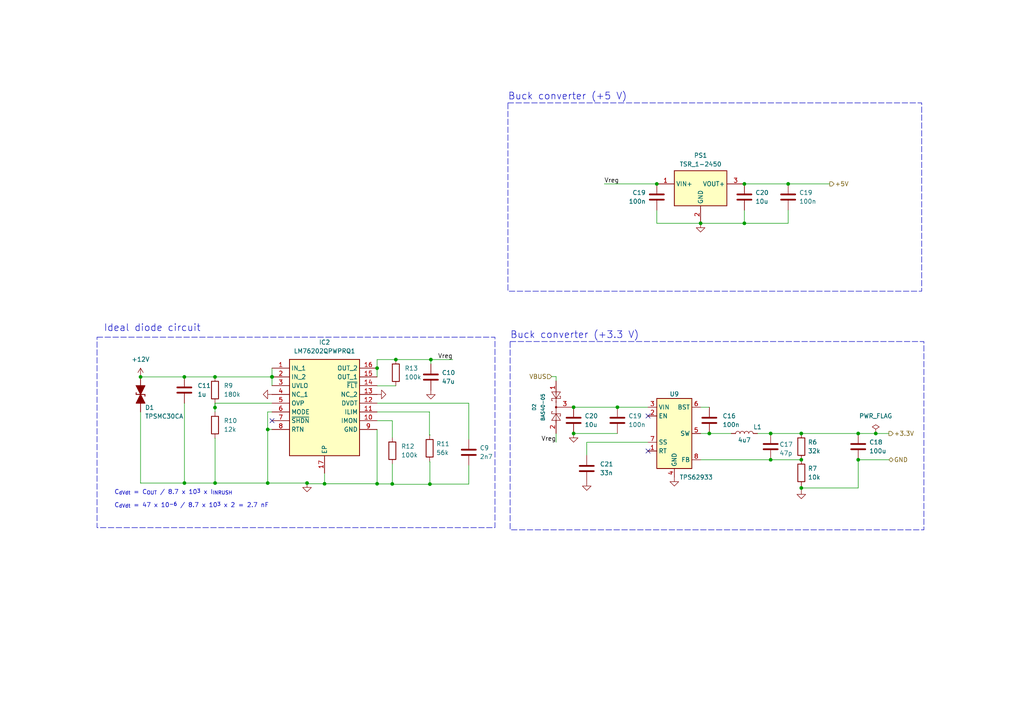
<source format=kicad_sch>
(kicad_sch (version 20230121) (generator eeschema)

  (uuid 6159aad4-3df8-4b77-bdff-c4df127c8492)

  (paper "A4")

  (title_block
    (title "Fuel Cell Control Unit  (FCCU)")
    (date "2024-01-24")
    (company "Hydrogreen Pollub")
  )

  (lib_symbols
    (symbol "Device:C" (pin_numbers hide) (pin_names (offset 0.254)) (in_bom yes) (on_board yes)
      (property "Reference" "C" (at 0.635 2.54 0)
        (effects (font (size 1.27 1.27)) (justify left))
      )
      (property "Value" "C" (at 0.635 -2.54 0)
        (effects (font (size 1.27 1.27)) (justify left))
      )
      (property "Footprint" "" (at 0.9652 -3.81 0)
        (effects (font (size 1.27 1.27)) hide)
      )
      (property "Datasheet" "~" (at 0 0 0)
        (effects (font (size 1.27 1.27)) hide)
      )
      (property "ki_keywords" "cap capacitor" (at 0 0 0)
        (effects (font (size 1.27 1.27)) hide)
      )
      (property "ki_description" "Unpolarized capacitor" (at 0 0 0)
        (effects (font (size 1.27 1.27)) hide)
      )
      (property "ki_fp_filters" "C_*" (at 0 0 0)
        (effects (font (size 1.27 1.27)) hide)
      )
      (symbol "C_0_1"
        (polyline
          (pts
            (xy -2.032 -0.762)
            (xy 2.032 -0.762)
          )
          (stroke (width 0.508) (type default))
          (fill (type none))
        )
        (polyline
          (pts
            (xy -2.032 0.762)
            (xy 2.032 0.762)
          )
          (stroke (width 0.508) (type default))
          (fill (type none))
        )
      )
      (symbol "C_1_1"
        (pin passive line (at 0 3.81 270) (length 2.794)
          (name "~" (effects (font (size 1.27 1.27))))
          (number "1" (effects (font (size 1.27 1.27))))
        )
        (pin passive line (at 0 -3.81 90) (length 2.794)
          (name "~" (effects (font (size 1.27 1.27))))
          (number "2" (effects (font (size 1.27 1.27))))
        )
      )
    )
    (symbol "Device:L" (pin_numbers hide) (pin_names (offset 1.016) hide) (in_bom yes) (on_board yes)
      (property "Reference" "L" (at -1.27 0 90)
        (effects (font (size 1.27 1.27)))
      )
      (property "Value" "L" (at 1.905 0 90)
        (effects (font (size 1.27 1.27)))
      )
      (property "Footprint" "" (at 0 0 0)
        (effects (font (size 1.27 1.27)) hide)
      )
      (property "Datasheet" "~" (at 0 0 0)
        (effects (font (size 1.27 1.27)) hide)
      )
      (property "ki_keywords" "inductor choke coil reactor magnetic" (at 0 0 0)
        (effects (font (size 1.27 1.27)) hide)
      )
      (property "ki_description" "Inductor" (at 0 0 0)
        (effects (font (size 1.27 1.27)) hide)
      )
      (property "ki_fp_filters" "Choke_* *Coil* Inductor_* L_*" (at 0 0 0)
        (effects (font (size 1.27 1.27)) hide)
      )
      (symbol "L_0_1"
        (arc (start 0 -2.54) (mid 0.6323 -1.905) (end 0 -1.27)
          (stroke (width 0) (type default))
          (fill (type none))
        )
        (arc (start 0 -1.27) (mid 0.6323 -0.635) (end 0 0)
          (stroke (width 0) (type default))
          (fill (type none))
        )
        (arc (start 0 0) (mid 0.6323 0.635) (end 0 1.27)
          (stroke (width 0) (type default))
          (fill (type none))
        )
        (arc (start 0 1.27) (mid 0.6323 1.905) (end 0 2.54)
          (stroke (width 0) (type default))
          (fill (type none))
        )
      )
      (symbol "L_1_1"
        (pin passive line (at 0 3.81 270) (length 1.27)
          (name "1" (effects (font (size 1.27 1.27))))
          (number "1" (effects (font (size 1.27 1.27))))
        )
        (pin passive line (at 0 -3.81 90) (length 1.27)
          (name "2" (effects (font (size 1.27 1.27))))
          (number "2" (effects (font (size 1.27 1.27))))
        )
      )
    )
    (symbol "Device:R" (pin_numbers hide) (pin_names (offset 0)) (in_bom yes) (on_board yes)
      (property "Reference" "R" (at 2.032 0 90)
        (effects (font (size 1.27 1.27)))
      )
      (property "Value" "R" (at 0 0 90)
        (effects (font (size 1.27 1.27)))
      )
      (property "Footprint" "" (at -1.778 0 90)
        (effects (font (size 1.27 1.27)) hide)
      )
      (property "Datasheet" "~" (at 0 0 0)
        (effects (font (size 1.27 1.27)) hide)
      )
      (property "ki_keywords" "R res resistor" (at 0 0 0)
        (effects (font (size 1.27 1.27)) hide)
      )
      (property "ki_description" "Resistor" (at 0 0 0)
        (effects (font (size 1.27 1.27)) hide)
      )
      (property "ki_fp_filters" "R_*" (at 0 0 0)
        (effects (font (size 1.27 1.27)) hide)
      )
      (symbol "R_0_1"
        (rectangle (start -1.016 -2.54) (end 1.016 2.54)
          (stroke (width 0.254) (type default))
          (fill (type none))
        )
      )
      (symbol "R_1_1"
        (pin passive line (at 0 3.81 270) (length 1.27)
          (name "~" (effects (font (size 1.27 1.27))))
          (number "1" (effects (font (size 1.27 1.27))))
        )
        (pin passive line (at 0 -3.81 90) (length 1.27)
          (name "~" (effects (font (size 1.27 1.27))))
          (number "2" (effects (font (size 1.27 1.27))))
        )
      )
    )
    (symbol "Diode:BAS40-04" (pin_names (offset 1.016)) (in_bom yes) (on_board yes)
      (property "Reference" "D2" (at 0 6.35 0)
        (effects (font (size 1.27 1.27)))
      )
      (property "Value" "BAS40-04" (at 0 8.89 0)
        (effects (font (size 1.27 1.27)))
      )
      (property "Footprint" "Package_TO_SOT_SMD:SOT-23" (at -6.35 7.62 0)
        (effects (font (size 1.27 1.27)) (justify left) hide)
      )
      (property "Datasheet" "http://www.vishay.com/docs/85701/bas40v.pdf" (at -2.54 7.62 0)
        (effects (font (size 1.27 1.27)) hide)
      )
      (property "ki_keywords" "Schottky, Diode" (at 0 0 0)
        (effects (font (size 1.27 1.27)) hide)
      )
      (property "ki_description" "40V 0.2A Dual Small Signal Schottky Diodes" (at 0 0 0)
        (effects (font (size 1.27 1.27)) hide)
      )
      (property "ki_fp_filters" "SOT?23*" (at 0 0 0)
        (effects (font (size 1.27 1.27)) hide)
      )
      (symbol "BAS40-04_0_1"
        (polyline
          (pts
            (xy -3.81 2.54)
            (xy -1.27 2.54)
          )
          (stroke (width 0) (type default))
          (fill (type none))
        )
        (polyline
          (pts
            (xy -3.175 1.27)
            (xy -3.175 1.524)
          )
          (stroke (width 0) (type default))
          (fill (type none))
        )
        (polyline
          (pts
            (xy -2.54 1.27)
            (xy -3.175 1.27)
          )
          (stroke (width 0) (type default))
          (fill (type none))
        )
        (polyline
          (pts
            (xy -2.54 1.27)
            (xy -2.54 3.81)
          )
          (stroke (width 0) (type default))
          (fill (type none))
        )
        (polyline
          (pts
            (xy -2.54 3.81)
            (xy -1.905 3.81)
          )
          (stroke (width 0) (type default))
          (fill (type none))
        )
        (polyline
          (pts
            (xy -1.905 2.54)
            (xy 1.905 2.54)
          )
          (stroke (width 0) (type default))
          (fill (type none))
        )
        (polyline
          (pts
            (xy -1.905 3.81)
            (xy -1.905 3.556)
          )
          (stroke (width 0) (type default))
          (fill (type none))
        )
        (polyline
          (pts
            (xy 1.27 3.81)
            (xy 1.27 3.556)
          )
          (stroke (width 0) (type default))
          (fill (type none))
        )
        (polyline
          (pts
            (xy 1.905 1.27)
            (xy 1.905 3.81)
          )
          (stroke (width 0) (type default))
          (fill (type none))
        )
        (polyline
          (pts
            (xy 1.905 1.27)
            (xy 2.54 1.27)
          )
          (stroke (width 0) (type default))
          (fill (type none))
        )
        (polyline
          (pts
            (xy 1.905 3.81)
            (xy 1.27 3.81)
          )
          (stroke (width 0) (type default))
          (fill (type none))
        )
        (polyline
          (pts
            (xy 2.54 1.27)
            (xy 2.54 1.524)
          )
          (stroke (width 0) (type default))
          (fill (type none))
        )
        (polyline
          (pts
            (xy 4.445 2.54)
            (xy 1.905 2.54)
          )
          (stroke (width 0) (type default))
          (fill (type none))
        )
        (polyline
          (pts
            (xy -4.445 3.81)
            (xy -4.445 1.27)
            (xy -2.54 2.54)
            (xy -4.445 3.81)
          )
          (stroke (width 0) (type default))
          (fill (type none))
        )
        (polyline
          (pts
            (xy 3.81 3.81)
            (xy 3.81 1.27)
            (xy 1.905 2.54)
            (xy 3.81 3.81)
          )
          (stroke (width 0) (type default))
          (fill (type none))
        )
        (circle (center 0 2.54) (radius 0.254)
          (stroke (width 0) (type default))
          (fill (type outline))
        )
      )
      (symbol "BAS40-04_1_1"
        (pin passive line (at -7.62 2.54 0) (length 3.81)
          (name "~" (effects (font (size 1.27 1.27))))
          (number "1" (effects (font (size 1.27 1.27))))
        )
        (pin passive line (at 7.62 2.54 180) (length 3.81)
          (name "~" (effects (font (size 1.27 1.27))))
          (number "2" (effects (font (size 1.27 1.27))))
        )
        (pin passive line (at 0 -2.54 90) (length 5.08)
          (name "~" (effects (font (size 1.27 1.27))))
          (number "3" (effects (font (size 1.27 1.27))))
        )
      )
    )
    (symbol "Lm7602 ideal diode:LM76202QPWPRQ1" (in_bom yes) (on_board yes)
      (property "Reference" "IC" (at 26.67 7.62 0)
        (effects (font (size 1.27 1.27)) (justify left top))
      )
      (property "Value" "LM76202QPWPRQ1" (at 26.67 5.08 0)
        (effects (font (size 1.27 1.27)) (justify left top))
      )
      (property "Footprint" "SOP65P640X120-17N" (at 26.67 -94.92 0)
        (effects (font (size 1.27 1.27)) (justify left top) hide)
      )
      (property "Datasheet" "http://www.ti.com/general/docs/suppproductinfo.tsp?distId=10&gotoUrl=http%3A%2F%2Fwww.ti.com%2Flit%2Fgpn%2Flm76202-q1" (at 26.67 -194.92 0)
        (effects (font (size 1.27 1.27)) (justify left top) hide)
      )
      (property "Height" "1.2" (at 26.67 -394.92 0)
        (effects (font (size 1.27 1.27)) (justify left top) hide)
      )
      (property "Mouser Part Number" "595-LM76202QPWPRQ1" (at 26.67 -494.92 0)
        (effects (font (size 1.27 1.27)) (justify left top) hide)
      )
      (property "Mouser Price/Stock" "https://www.mouser.co.uk/ProductDetail/Texas-Instruments/LM76202QPWPRQ1?qs=B6kkDfuK7%2FDO3IObrBgfZg%3D%3D" (at 26.67 -594.92 0)
        (effects (font (size 1.27 1.27)) (justify left top) hide)
      )
      (property "Manufacturer_Name" "Texas Instruments" (at 26.67 -694.92 0)
        (effects (font (size 1.27 1.27)) (justify left top) hide)
      )
      (property "Manufacturer_Part_Number" "LM76202QPWPRQ1" (at 26.67 -794.92 0)
        (effects (font (size 1.27 1.27)) (justify left top) hide)
      )
      (property "ki_description" "60V 2.2A ideal diode with integrated FET" (at 0 0 0)
        (effects (font (size 1.27 1.27)) hide)
      )
      (symbol "LM76202QPWPRQ1_1_1"
        (rectangle (start 5.08 2.54) (end 25.4 -25.4)
          (stroke (width 0.254) (type default))
          (fill (type background))
        )
        (pin passive line (at 0 0 0) (length 5.08)
          (name "IN_1" (effects (font (size 1.27 1.27))))
          (number "1" (effects (font (size 1.27 1.27))))
        )
        (pin passive line (at 30.48 -15.24 180) (length 5.08)
          (name "IMON" (effects (font (size 1.27 1.27))))
          (number "10" (effects (font (size 1.27 1.27))))
        )
        (pin passive line (at 30.48 -12.7 180) (length 5.08)
          (name "ILIM" (effects (font (size 1.27 1.27))))
          (number "11" (effects (font (size 1.27 1.27))))
        )
        (pin passive line (at 30.48 -10.16 180) (length 5.08)
          (name "DVDT" (effects (font (size 1.27 1.27))))
          (number "12" (effects (font (size 1.27 1.27))))
        )
        (pin passive line (at 30.48 -7.62 180) (length 5.08)
          (name "NC_2" (effects (font (size 1.27 1.27))))
          (number "13" (effects (font (size 1.27 1.27))))
        )
        (pin passive line (at 30.48 -5.08 180) (length 5.08)
          (name "~{FLT}" (effects (font (size 1.27 1.27))))
          (number "14" (effects (font (size 1.27 1.27))))
        )
        (pin passive line (at 30.48 -2.54 180) (length 5.08)
          (name "OUT_1" (effects (font (size 1.27 1.27))))
          (number "15" (effects (font (size 1.27 1.27))))
        )
        (pin passive line (at 30.48 0 180) (length 5.08)
          (name "OUT_2" (effects (font (size 1.27 1.27))))
          (number "16" (effects (font (size 1.27 1.27))))
        )
        (pin passive line (at 15.24 -30.48 90) (length 5.08)
          (name "EP" (effects (font (size 1.27 1.27))))
          (number "17" (effects (font (size 1.27 1.27))))
        )
        (pin passive line (at 0 -2.54 0) (length 5.08)
          (name "IN_2" (effects (font (size 1.27 1.27))))
          (number "2" (effects (font (size 1.27 1.27))))
        )
        (pin passive line (at 0 -5.08 0) (length 5.08)
          (name "UVLO" (effects (font (size 1.27 1.27))))
          (number "3" (effects (font (size 1.27 1.27))))
        )
        (pin passive line (at 0 -7.62 0) (length 5.08)
          (name "NC_1" (effects (font (size 1.27 1.27))))
          (number "4" (effects (font (size 1.27 1.27))))
        )
        (pin passive line (at 0 -10.16 0) (length 5.08)
          (name "OVP" (effects (font (size 1.27 1.27))))
          (number "5" (effects (font (size 1.27 1.27))))
        )
        (pin passive line (at 0 -12.7 0) (length 5.08)
          (name "MODE" (effects (font (size 1.27 1.27))))
          (number "6" (effects (font (size 1.27 1.27))))
        )
        (pin passive line (at 0 -15.24 0) (length 5.08)
          (name "~{SHDN}" (effects (font (size 1.27 1.27))))
          (number "7" (effects (font (size 1.27 1.27))))
        )
        (pin passive line (at 0 -17.78 0) (length 5.08)
          (name "RTN" (effects (font (size 1.27 1.27))))
          (number "8" (effects (font (size 1.27 1.27))))
        )
        (pin passive line (at 30.48 -17.78 180) (length 5.08)
          (name "GND" (effects (font (size 1.27 1.27))))
          (number "9" (effects (font (size 1.27 1.27))))
        )
      )
    )
    (symbol "PCM_Diode_TVS_AKL:TPSMC30CA" (pin_numbers hide) (pin_names (offset 1.016) hide) (in_bom yes) (on_board yes)
      (property "Reference" "D" (at 0 5.08 0)
        (effects (font (size 1.27 1.27)))
      )
      (property "Value" "TPSMC30CA" (at 0 2.54 0)
        (effects (font (size 1.27 1.27)))
      )
      (property "Footprint" "Diode_SMD_AKL:D_SMC_TVS" (at 0 0 0)
        (effects (font (size 1.27 1.27)) hide)
      )
      (property "Datasheet" "https://www.tme.eu/Document/fe696fca10a75ca6fef9faefe21b9450/TPSMC_ser.pdf" (at 0 0 0)
        (effects (font (size 1.27 1.27)) hide)
      )
      (property "ki_keywords" "diode TVS bidirectional TPSMC-CA" (at 0 0 0)
        (effects (font (size 1.27 1.27)) hide)
      )
      (property "ki_description" "SMC Bidirectional TVS Diode, 30V, 1500W, Alternate KiCAD Library" (at 0 0 0)
        (effects (font (size 1.27 1.27)) hide)
      )
      (property "ki_fp_filters" "TO-???* *_Diode_* *SingleDiode* D_*" (at 0 0 0)
        (effects (font (size 1.27 1.27)) hide)
      )
      (symbol "TPSMC30CA_0_1"
        (polyline
          (pts
            (xy 0 -1.27)
            (xy -0.508 -1.27)
          )
          (stroke (width 0.254) (type default))
          (fill (type none))
        )
        (polyline
          (pts
            (xy 0 1.27)
            (xy 0 -1.27)
          )
          (stroke (width 0.254) (type default))
          (fill (type none))
        )
        (polyline
          (pts
            (xy 0 1.27)
            (xy 0.508 1.27)
          )
          (stroke (width 0.254) (type default))
          (fill (type none))
        )
        (polyline
          (pts
            (xy 1.27 0)
            (xy -1.27 0)
          )
          (stroke (width 0) (type default))
          (fill (type none))
        )
        (polyline
          (pts
            (xy 0 0)
            (xy -2.54 1.27)
            (xy -2.54 -1.27)
            (xy 0 0)
          )
          (stroke (width 0.254) (type default))
          (fill (type outline))
        )
        (polyline
          (pts
            (xy 2.54 1.27)
            (xy 2.54 -1.27)
            (xy 0 0)
            (xy 2.54 1.27)
          )
          (stroke (width 0.254) (type default))
          (fill (type outline))
        )
      )
      (symbol "TPSMC30CA_1_1"
        (pin passive line (at -5.08 0 0) (length 2.54)
          (name "K" (effects (font (size 1.27 1.27))))
          (number "1" (effects (font (size 1.27 1.27))))
        )
        (pin passive line (at 5.08 0 180) (length 2.54)
          (name "A" (effects (font (size 1.27 1.27))))
          (number "2" (effects (font (size 1.27 1.27))))
        )
      )
    )
    (symbol "Regulator_Switching:TPS62933" (in_bom yes) (on_board yes)
      (property "Reference" "U" (at 0 13.97 0)
        (effects (font (size 1.27 1.27)))
      )
      (property "Value" "TPS62933" (at 0 11.43 0)
        (effects (font (size 1.27 1.27)))
      )
      (property "Footprint" "Package_TO_SOT_SMD:SOT-583-8" (at 0 -25.4 0)
        (effects (font (size 1.27 1.27)) hide)
      )
      (property "Datasheet" "https://www.ti.com/lit/ds/symlink/tps62933.pdf" (at 0 -22.86 0)
        (effects (font (size 1.27 1.27)) hide)
      )
      (property "ki_keywords" "synchronous buck converter " (at 0 0 0)
        (effects (font (size 1.27 1.27)) hide)
      )
      (property "ki_description" "3.8-V to 30-V, 2-A, 3-A Synchronous Buck Converters, SOT583-8" (at 0 0 0)
        (effects (font (size 1.27 1.27)) hide)
      )
      (property "ki_fp_filters" "SOT?583*" (at 0 0 0)
        (effects (font (size 1.27 1.27)) hide)
      )
      (symbol "TPS62933_0_1"
        (rectangle (start -5.08 10.16) (end 5.08 -10.16)
          (stroke (width 0.254) (type default))
          (fill (type background))
        )
      )
      (symbol "TPS62933_1_1"
        (pin passive line (at -7.62 -5.08 0) (length 2.54)
          (name "RT" (effects (font (size 1.27 1.27))))
          (number "1" (effects (font (size 1.27 1.27))))
        )
        (pin input line (at -7.62 5.08 0) (length 2.54)
          (name "EN" (effects (font (size 1.27 1.27))))
          (number "2" (effects (font (size 1.27 1.27))))
        )
        (pin power_in line (at -7.62 7.62 0) (length 2.54)
          (name "VIN" (effects (font (size 1.27 1.27))))
          (number "3" (effects (font (size 1.27 1.27))))
        )
        (pin power_in line (at 0 -12.7 90) (length 2.54)
          (name "GND" (effects (font (size 1.27 1.27))))
          (number "4" (effects (font (size 1.27 1.27))))
        )
        (pin output line (at 7.62 0 180) (length 2.54)
          (name "SW" (effects (font (size 1.27 1.27))))
          (number "5" (effects (font (size 1.27 1.27))))
        )
        (pin passive line (at 7.62 7.62 180) (length 2.54)
          (name "BST" (effects (font (size 1.27 1.27))))
          (number "6" (effects (font (size 1.27 1.27))))
        )
        (pin passive line (at -7.62 -2.54 0) (length 2.54)
          (name "SS" (effects (font (size 1.27 1.27))))
          (number "7" (effects (font (size 1.27 1.27))))
        )
        (pin input line (at 7.62 -7.62 180) (length 2.54)
          (name "FB" (effects (font (size 1.27 1.27))))
          (number "8" (effects (font (size 1.27 1.27))))
        )
      )
    )
    (symbol "Tracko  1-2450 5V:TSR_1-2450" (in_bom yes) (on_board yes)
      (property "Reference" "PS1" (at 17.78 7.62 0)
        (effects (font (size 1.27 1.27)) (justify right))
      )
      (property "Value" "TSR_1-2450" (at 17.78 5.08 0)
        (effects (font (size 1.27 1.27)) (justify right))
      )
      (property "Footprint" "TSR-1-24120" (at 21.59 -94.92 0)
        (effects (font (size 1.27 1.27)) (justify left top) hide)
      )
      (property "Datasheet" "https://tracopower.com/tsr1-datasheet/" (at 21.59 -194.92 0)
        (effects (font (size 1.27 1.27)) (justify left top) hide)
      )
      (property "Height" "" (at 21.59 -394.92 0)
        (effects (font (size 1.27 1.27)) (justify left top) hide)
      )
      (property "TME Electronic Components Part Number" "" (at 21.59 -494.92 0)
        (effects (font (size 1.27 1.27)) (justify left top) hide)
      )
      (property "TME Electronic Components Price/Stock" "" (at 21.59 -594.92 0)
        (effects (font (size 1.27 1.27)) (justify left top) hide)
      )
      (property "Manufacturer_Name" "Traco Power" (at 21.59 -694.92 0)
        (effects (font (size 1.27 1.27)) (justify left top) hide)
      )
      (property "Manufacturer_Part_Number" "TSR 1-2450" (at 21.59 -794.92 0)
        (effects (font (size 1.27 1.27)) (justify left top) hide)
      )
      (property "ki_description" "1 Amp POL switching regulator, 4.6 to -36 VDC input, pos.-pos. circuit, LM78 compatible, SIP-3" (at 0 0 0)
        (effects (font (size 1.27 1.27)) hide)
      )
      (symbol "TSR_1-2450_1_1"
        (rectangle (start 5.08 2.54) (end 20.32 -7.62)
          (stroke (width 0.254) (type default))
          (fill (type background))
        )
        (pin input line (at 0 -1.27 0) (length 5.08)
          (name "VIN+" (effects (font (size 1.27 1.27))))
          (number "1" (effects (font (size 1.27 1.27))))
        )
        (pin power_in line (at 12.7 -12.7 90) (length 5.08)
          (name "GND" (effects (font (size 1.27 1.27))))
          (number "2" (effects (font (size 1.27 1.27))))
        )
        (pin input line (at 25.4 -1.27 180) (length 5.08)
          (name "VOUT+" (effects (font (size 1.27 1.27))))
          (number "3" (effects (font (size 1.27 1.27))))
        )
      )
    )
    (symbol "power:+12V" (power) (pin_names (offset 0)) (in_bom yes) (on_board yes)
      (property "Reference" "#PWR" (at 0 -3.81 0)
        (effects (font (size 1.27 1.27)) hide)
      )
      (property "Value" "+12V" (at 0 3.556 0)
        (effects (font (size 1.27 1.27)))
      )
      (property "Footprint" "" (at 0 0 0)
        (effects (font (size 1.27 1.27)) hide)
      )
      (property "Datasheet" "" (at 0 0 0)
        (effects (font (size 1.27 1.27)) hide)
      )
      (property "ki_keywords" "global power" (at 0 0 0)
        (effects (font (size 1.27 1.27)) hide)
      )
      (property "ki_description" "Power symbol creates a global label with name \"+12V\"" (at 0 0 0)
        (effects (font (size 1.27 1.27)) hide)
      )
      (symbol "+12V_0_1"
        (polyline
          (pts
            (xy -0.762 1.27)
            (xy 0 2.54)
          )
          (stroke (width 0) (type default))
          (fill (type none))
        )
        (polyline
          (pts
            (xy 0 0)
            (xy 0 2.54)
          )
          (stroke (width 0) (type default))
          (fill (type none))
        )
        (polyline
          (pts
            (xy 0 2.54)
            (xy 0.762 1.27)
          )
          (stroke (width 0) (type default))
          (fill (type none))
        )
      )
      (symbol "+12V_1_1"
        (pin power_in line (at 0 0 90) (length 0) hide
          (name "+12V" (effects (font (size 1.27 1.27))))
          (number "1" (effects (font (size 1.27 1.27))))
        )
      )
    )
    (symbol "power:GND" (power) (pin_names (offset 0)) (in_bom yes) (on_board yes)
      (property "Reference" "#PWR" (at 0 -6.35 0)
        (effects (font (size 1.27 1.27)) hide)
      )
      (property "Value" "GND" (at 0 -3.81 0)
        (effects (font (size 1.27 1.27)))
      )
      (property "Footprint" "" (at 0 0 0)
        (effects (font (size 1.27 1.27)) hide)
      )
      (property "Datasheet" "" (at 0 0 0)
        (effects (font (size 1.27 1.27)) hide)
      )
      (property "ki_keywords" "global power" (at 0 0 0)
        (effects (font (size 1.27 1.27)) hide)
      )
      (property "ki_description" "Power symbol creates a global label with name \"GND\" , ground" (at 0 0 0)
        (effects (font (size 1.27 1.27)) hide)
      )
      (symbol "GND_0_1"
        (polyline
          (pts
            (xy 0 0)
            (xy 0 -1.27)
            (xy 1.27 -1.27)
            (xy 0 -2.54)
            (xy -1.27 -1.27)
            (xy 0 -1.27)
          )
          (stroke (width 0) (type default))
          (fill (type none))
        )
      )
      (symbol "GND_1_1"
        (pin power_in line (at 0 0 270) (length 0) hide
          (name "GND" (effects (font (size 1.27 1.27))))
          (number "1" (effects (font (size 1.27 1.27))))
        )
      )
    )
    (symbol "power:PWR_FLAG" (power) (pin_numbers hide) (pin_names (offset 0) hide) (in_bom yes) (on_board yes)
      (property "Reference" "#FLG" (at 0 1.905 0)
        (effects (font (size 1.27 1.27)) hide)
      )
      (property "Value" "PWR_FLAG" (at 0 3.81 0)
        (effects (font (size 1.27 1.27)))
      )
      (property "Footprint" "" (at 0 0 0)
        (effects (font (size 1.27 1.27)) hide)
      )
      (property "Datasheet" "~" (at 0 0 0)
        (effects (font (size 1.27 1.27)) hide)
      )
      (property "ki_keywords" "flag power" (at 0 0 0)
        (effects (font (size 1.27 1.27)) hide)
      )
      (property "ki_description" "Special symbol for telling ERC where power comes from" (at 0 0 0)
        (effects (font (size 1.27 1.27)) hide)
      )
      (symbol "PWR_FLAG_0_0"
        (pin power_out line (at 0 0 90) (length 0)
          (name "pwr" (effects (font (size 1.27 1.27))))
          (number "1" (effects (font (size 1.27 1.27))))
        )
      )
      (symbol "PWR_FLAG_0_1"
        (polyline
          (pts
            (xy 0 0)
            (xy 0 1.27)
            (xy -1.016 1.905)
            (xy 0 2.54)
            (xy 1.016 1.905)
            (xy 0 1.27)
          )
          (stroke (width 0) (type default))
          (fill (type none))
        )
      )
    )
  )

  (junction (at 77.6478 124.5616) (diameter 0) (color 0 0 0 0)
    (uuid 12a03d94-3871-495b-8437-436296f202cf)
  )
  (junction (at 228.6 53.34) (diameter 0) (color 0 0 0 0)
    (uuid 23473b93-aa68-42cb-8c4b-3089d180b5f5)
  )
  (junction (at 232.41 141.5288) (diameter 0) (color 0 0 0 0)
    (uuid 242c4c55-347a-4aa0-99e7-2721f1a234fb)
  )
  (junction (at 114.808 104.2924) (diameter 0) (color 0 0 0 0)
    (uuid 25fef85b-3ae7-4752-ade4-eb6a157a939f)
  )
  (junction (at 166.37 125.73) (diameter 0) (color 0 0 0 0)
    (uuid 2929a86f-04b2-4982-800e-6292764340ac)
  )
  (junction (at 254 125.73) (diameter 0) (color 0 0 0 0)
    (uuid 31a41f20-e4e3-4e81-b7d7-462b0c5690d3)
  )
  (junction (at 223.52 125.73) (diameter 0) (color 0 0 0 0)
    (uuid 33d28e43-9c76-4609-b0ce-d89181ac40a2)
  )
  (junction (at 113.7666 140.3604) (diameter 0) (color 0 0 0 0)
    (uuid 3467d0ee-25b5-4622-8f2d-ee2a6d624c4a)
  )
  (junction (at 62.357 109.3216) (diameter 0) (color 0 0 0 0)
    (uuid 3556523a-a5f1-4b18-a77c-e99802eba40c)
  )
  (junction (at 53.4924 140.1064) (diameter 0) (color 0 0 0 0)
    (uuid 3b64b35d-e4a0-4a14-87f1-990d172a3d5a)
  )
  (junction (at 232.41 125.73) (diameter 0) (color 0 0 0 0)
    (uuid 46d32e18-a40d-45b7-bc9c-01c3f1af8e57)
  )
  (junction (at 215.9 64.77) (diameter 0) (color 0 0 0 0)
    (uuid 47ec01c6-c1e3-4390-884f-aab07f9ec164)
  )
  (junction (at 40.767 109.3216) (diameter 0) (color 0 0 0 0)
    (uuid 59b01c6a-88b1-4872-a423-e5d7d35acc06)
  )
  (junction (at 203.2 64.77) (diameter 0) (color 0 0 0 0)
    (uuid 63fb1d97-ddb7-454a-b240-6789633b3cec)
  )
  (junction (at 62.357 118.2116) (diameter 0) (color 0 0 0 0)
    (uuid 6e330748-fee7-471a-84f9-60af111b34e1)
  )
  (junction (at 223.52 133.35) (diameter 0) (color 0 0 0 0)
    (uuid 7ffd3f08-e436-4ae9-a403-abaf354529b5)
  )
  (junction (at 53.467 109.3216) (diameter 0) (color 0 0 0 0)
    (uuid 80e82ed1-1e6a-4d86-a9fa-1023e031a24e)
  )
  (junction (at 215.9 53.34) (diameter 0) (color 0 0 0 0)
    (uuid 8848313d-8387-4e71-a0f8-2ff0822ef570)
  )
  (junction (at 248.92 133.35) (diameter 0) (color 0 0 0 0)
    (uuid 917a42e9-8b6e-46d1-b246-3bce1bf2e8a7)
  )
  (junction (at 77.6478 140.1064) (diameter 0) (color 0 0 0 0)
    (uuid 9ebc44f4-72ea-42fc-9936-4bea9cbca5cf)
  )
  (junction (at 89.0524 140.1064) (diameter 0) (color 0 0 0 0)
    (uuid 9f99c66b-e14b-4cf9-9d93-d4bd623f49ec)
  )
  (junction (at 78.8924 109.3216) (diameter 0) (color 0 0 0 0)
    (uuid a84ef0eb-0cfa-4fc8-b2e3-577ccce2fdbf)
  )
  (junction (at 62.3824 140.1064) (diameter 0) (color 0 0 0 0)
    (uuid a8702a38-c9a0-4a89-9aae-1e04ed875e8a)
  )
  (junction (at 232.41 133.35) (diameter 0) (color 0 0 0 0)
    (uuid b1302661-25fe-4d5a-aca0-67be1c8666e2)
  )
  (junction (at 109.3724 106.7816) (diameter 0) (color 0 0 0 0)
    (uuid b1a5c3ff-717f-4e66-a3ee-0e91cd0b04af)
  )
  (junction (at 190.5 53.34) (diameter 0) (color 0 0 0 0)
    (uuid b74def2e-5fb5-4b0b-a579-ba6eb8aac2ed)
  )
  (junction (at 166.37 118.11) (diameter 0) (color 0 0 0 0)
    (uuid c42c4941-2c65-4056-83c8-b89305ff9f6b)
  )
  (junction (at 205.74 125.73) (diameter 0) (color 0 0 0 0)
    (uuid d66543a7-638c-4053-a9e6-b24aa98f732f)
  )
  (junction (at 124.6886 140.4112) (diameter 0) (color 0 0 0 0)
    (uuid db070081-fc81-4460-a6ca-9aa0459ba43d)
  )
  (junction (at 248.92 125.73) (diameter 0) (color 0 0 0 0)
    (uuid dfd901ac-4254-4da9-bf88-70a313eb7830)
  )
  (junction (at 124.968 104.2924) (diameter 0) (color 0 0 0 0)
    (uuid e8d9e3e6-97bb-4f76-a117-6d6dd41cdc70)
  )
  (junction (at 179.07 118.11) (diameter 0) (color 0 0 0 0)
    (uuid edb39e6f-ecbb-472c-841d-9b94cd5dbb4f)
  )
  (junction (at 78.8924 109.2962) (diameter 0) (color 0 0 0 0)
    (uuid f44c67bf-1a1d-4007-b819-38319ebd912b)
  )
  (junction (at 94.1324 140.3096) (diameter 0) (color 0 0 0 0)
    (uuid f7b8ce36-b0fe-4b98-949a-a2075fd71b03)
  )
  (junction (at 109.3724 140.3096) (diameter 0) (color 0 0 0 0)
    (uuid fce252ca-a4f3-4201-9b0c-282102e9fe20)
  )

  (no_connect (at 78.8924 122.0216) (uuid 235d38cc-b288-4255-8922-4f9f19df25c3))
  (no_connect (at 187.96 130.81) (uuid 9c3223dd-bac5-4a31-a1e6-6a2cae2d043e))
  (no_connect (at 187.96 120.65) (uuid ba75c3bf-d5f7-43b1-b854-5f8e0fe9c5dc))

  (wire (pts (xy 203.2 133.35) (xy 223.52 133.35))
    (stroke (width 0) (type default))
    (uuid 011e81b0-62be-4bcf-b36d-2f81395917ba)
  )
  (wire (pts (xy 232.41 125.73) (xy 248.92 125.73))
    (stroke (width 0) (type default))
    (uuid 01a3c66b-7ba4-47b8-a359-1811978320f2)
  )
  (wire (pts (xy 124.968 104.2924) (xy 131.318 104.2924))
    (stroke (width 0) (type default))
    (uuid 048d3a53-1c5c-47ee-9b66-4c1e81dfb740)
  )
  (wire (pts (xy 215.9 64.77) (xy 228.6 64.77))
    (stroke (width 0) (type default))
    (uuid 04f4708f-390b-4e85-abf9-116efe02352b)
  )
  (wire (pts (xy 78.8924 119.4816) (xy 77.6224 119.4816))
    (stroke (width 0) (type default))
    (uuid 07a28966-b6f8-49e6-aa39-af93c6d8a4b3)
  )
  (wire (pts (xy 124.6886 140.462) (xy 124.6886 140.4112))
    (stroke (width 0) (type default))
    (uuid 0d095f27-4b30-4b5d-a87f-d94510604d41)
  )
  (wire (pts (xy 40.7924 140.081) (xy 40.7924 140.1064))
    (stroke (width 0) (type default))
    (uuid 14d40985-e3be-4d17-9e7f-c35e84a737f3)
  )
  (wire (pts (xy 161.29 109.22) (xy 161.29 110.49))
    (stroke (width 0) (type default))
    (uuid 173edcc0-797a-461d-ba00-c4c621eceec7)
  )
  (wire (pts (xy 135.9662 116.9416) (xy 109.3724 116.9416))
    (stroke (width 0) (type default))
    (uuid 1a6d9ccd-dd62-4980-9171-d99383fff740)
  )
  (wire (pts (xy 248.92 133.35) (xy 248.92 141.5288))
    (stroke (width 0) (type default))
    (uuid 1a8f4583-ca38-4b2a-805b-c03f4926a62a)
  )
  (wire (pts (xy 89.0524 140.3096) (xy 94.1324 140.3096))
    (stroke (width 0) (type default))
    (uuid 1b376069-c26d-47f5-8396-78f3ed744ac5)
  )
  (wire (pts (xy 219.71 125.73) (xy 223.52 125.73))
    (stroke (width 0) (type default))
    (uuid 1dfd4da3-5d43-4a55-80cd-63d5e8aadf0b)
  )
  (wire (pts (xy 77.6224 119.4816) (xy 77.6224 124.5616))
    (stroke (width 0) (type default))
    (uuid 1e4c19bd-c54e-406c-85ce-9d54c58d41ed)
  )
  (wire (pts (xy 62.3824 116.9416) (xy 78.8924 116.9416))
    (stroke (width 0) (type default))
    (uuid 22de0877-c164-4cf8-b5ae-b03880f57106)
  )
  (wire (pts (xy 223.52 125.73) (xy 232.41 125.73))
    (stroke (width 0) (type default))
    (uuid 24174daf-74fc-4a82-a28d-7cd48f837929)
  )
  (wire (pts (xy 170.18 132.08) (xy 170.18 128.27))
    (stroke (width 0) (type default))
    (uuid 29154e52-31aa-451e-bd71-3b0b2c0da013)
  )
  (wire (pts (xy 78.8924 109.3216) (xy 78.8924 111.8616))
    (stroke (width 0) (type default))
    (uuid 2938c423-e195-40e2-a098-3b06ee7df2e7)
  )
  (wire (pts (xy 124.5362 119.4816) (xy 109.3724 119.4816))
    (stroke (width 0) (type default))
    (uuid 2dcbdf9d-ae4a-4082-9c82-274e4680f249)
  )
  (wire (pts (xy 166.37 125.73) (xy 179.07 125.73))
    (stroke (width 0) (type default))
    (uuid 36104e7b-c5eb-44ea-9476-21a89a08ca94)
  )
  (wire (pts (xy 124.5616 126.0856) (xy 124.6886 126.0856))
    (stroke (width 0) (type default))
    (uuid 37aa396f-5247-43c1-a1c9-383147074080)
  )
  (wire (pts (xy 77.6478 140.1064) (xy 89.0524 140.1064))
    (stroke (width 0) (type default))
    (uuid 386c5312-aed1-4311-bfe8-51f300339644)
  )
  (wire (pts (xy 124.6632 134.0612) (xy 124.6632 133.8326))
    (stroke (width 0) (type default))
    (uuid 3b70feec-5773-4235-a5ea-ecefedbfdae1)
  )
  (wire (pts (xy 77.6478 124.5616) (xy 78.8924 124.5616))
    (stroke (width 0) (type default))
    (uuid 3dd1c362-8846-47ea-9bf8-dd262b2aeffc)
  )
  (wire (pts (xy 62.3824 118.2116) (xy 62.357 118.2116))
    (stroke (width 0) (type default))
    (uuid 3f927314-0e37-4f33-825b-dc6c5e24ad70)
  )
  (wire (pts (xy 53.4924 116.9416) (xy 53.4924 140.1064))
    (stroke (width 0) (type default))
    (uuid 411a3e5e-ee84-4731-9817-9f90f7f9c861)
  )
  (wire (pts (xy 160.02 109.22) (xy 161.29 109.22))
    (stroke (width 0) (type default))
    (uuid 415ca911-dad1-45cd-9941-c9a7b3950dbb)
  )
  (wire (pts (xy 113.7666 140.462) (xy 113.7666 140.3604))
    (stroke (width 0) (type default))
    (uuid 42917a4a-89cd-4361-b394-11e8980355ce)
  )
  (wire (pts (xy 113.792 140.3096) (xy 113.792 134.5438))
    (stroke (width 0) (type default))
    (uuid 42d9bc68-5c7c-43cd-96d8-c43f035585ce)
  )
  (wire (pts (xy 166.37 118.11) (xy 179.07 118.11))
    (stroke (width 0) (type default))
    (uuid 449958f6-d08e-4832-8b02-5f59e3c103ce)
  )
  (wire (pts (xy 203.2 118.11) (xy 205.74 118.11))
    (stroke (width 0) (type default))
    (uuid 470cafcd-b81d-4399-acc1-16d21fec7ba5)
  )
  (wire (pts (xy 179.07 118.11) (xy 187.96 118.11))
    (stroke (width 0) (type default))
    (uuid 47310ce3-14dd-4a32-bd4f-de7b9856d528)
  )
  (wire (pts (xy 248.92 133.35) (xy 257.81 133.35))
    (stroke (width 0) (type default))
    (uuid 4826fe8b-eaf6-4eac-86ae-4655909aefbb)
  )
  (wire (pts (xy 203.2 125.73) (xy 205.74 125.73))
    (stroke (width 0) (type default))
    (uuid 50235a13-9fd8-4d73-9515-e3de491f4213)
  )
  (wire (pts (xy 124.5616 119.507) (xy 124.5616 126.0856))
    (stroke (width 0) (type default))
    (uuid 53e465bb-27eb-4ce1-9dbc-4e9f100a2d29)
  )
  (wire (pts (xy 232.41 140.97) (xy 232.41 141.5288))
    (stroke (width 0) (type default))
    (uuid 579cd85f-ca84-48e0-914e-00d94758803e)
  )
  (wire (pts (xy 78.8162 109.2962) (xy 78.8162 109.3216))
    (stroke (width 0) (type default))
    (uuid 58e7d695-1e65-49f9-a7c0-65b5894c3cb4)
  )
  (wire (pts (xy 109.3724 124.5616) (xy 109.3724 140.3096))
    (stroke (width 0) (type default))
    (uuid 59e8ff99-2fcd-48d9-af90-dcbf27248baa)
  )
  (wire (pts (xy 190.5 64.77) (xy 203.2 64.77))
    (stroke (width 0) (type default))
    (uuid 60644bc7-ae01-488c-b627-cc7a7c45a93e)
  )
  (wire (pts (xy 175.26 53.34) (xy 190.5 53.34))
    (stroke (width 0) (type default))
    (uuid 61b4ecbc-6fb1-4b9e-8fef-531724ff100d)
  )
  (wire (pts (xy 40.767 140.081) (xy 40.767 119.4816))
    (stroke (width 0) (type default))
    (uuid 64676020-ea67-4be6-a8a5-21c53a1fef31)
  )
  (wire (pts (xy 215.9 64.77) (xy 215.9 60.96))
    (stroke (width 0) (type default))
    (uuid 650cc16d-990b-439c-83d8-4f0781437606)
  )
  (wire (pts (xy 124.6886 140.4112) (xy 124.6886 134.0612))
    (stroke (width 0) (type default))
    (uuid 6f2e3335-4c53-45be-8294-253b178f06c1)
  )
  (wire (pts (xy 113.7666 122.0216) (xy 109.3724 122.0216))
    (stroke (width 0) (type default))
    (uuid 6f85af0e-cabd-4c33-9b15-80be1a09107f)
  )
  (wire (pts (xy 254 125.73) (xy 257.81 125.73))
    (stroke (width 0) (type default))
    (uuid 7a1064e4-e1f7-4e51-b43b-16c09c8db9c0)
  )
  (wire (pts (xy 113.7666 122.0724) (xy 113.792 122.0724))
    (stroke (width 0) (type default))
    (uuid 7cdba99c-c3f7-4685-b873-25b3de9c212a)
  )
  (wire (pts (xy 62.3824 116.9416) (xy 62.3824 118.2116))
    (stroke (width 0) (type default))
    (uuid 7d3e02cc-caf7-4753-b7ee-dad0bcb69d50)
  )
  (wire (pts (xy 124.6886 126.0856) (xy 124.6886 126.2126))
    (stroke (width 0) (type default))
    (uuid 85903a6c-bdd9-483b-b501-2ceaf6fe7564)
  )
  (wire (pts (xy 78.8924 106.7816) (xy 78.8924 109.2962))
    (stroke (width 0) (type default))
    (uuid 878c8d2d-25f9-41b6-806f-1d738282236b)
  )
  (wire (pts (xy 62.3824 140.1064) (xy 77.6478 140.1064))
    (stroke (width 0) (type default))
    (uuid 8839e953-e632-4652-a136-77c995cba592)
  )
  (wire (pts (xy 124.6886 126.2126) (xy 124.6124 126.2126))
    (stroke (width 0) (type default))
    (uuid 88fcb883-5c3c-4df5-ae55-423ba6d1da62)
  )
  (wire (pts (xy 223.52 133.35) (xy 232.41 133.35))
    (stroke (width 0) (type default))
    (uuid 8990f4f6-0c53-4180-b200-9e7b1e61146a)
  )
  (wire (pts (xy 53.467 109.3216) (xy 62.357 109.3216))
    (stroke (width 0) (type default))
    (uuid 8de908b9-d9b5-4f29-a520-9b8820a2d396)
  )
  (wire (pts (xy 109.3724 140.3604) (xy 109.3724 140.3096))
    (stroke (width 0) (type default))
    (uuid 8e58a923-1113-4184-994e-40b219cc6c75)
  )
  (wire (pts (xy 113.7666 140.462) (xy 124.6886 140.462))
    (stroke (width 0) (type default))
    (uuid 8f43e1cc-1e9e-4b76-84a0-01e2d07b005f)
  )
  (wire (pts (xy 62.357 118.2116) (xy 62.357 119.4816))
    (stroke (width 0) (type default))
    (uuid 919ffcae-4e13-4366-81c7-97910f673ed4)
  )
  (wire (pts (xy 135.9662 135.001) (xy 135.9662 140.4112))
    (stroke (width 0) (type default))
    (uuid 94c119be-37a5-4947-8c0e-1f3c3457825a)
  )
  (wire (pts (xy 135.9662 140.4112) (xy 124.6886 140.4112))
    (stroke (width 0) (type default))
    (uuid 9667aaa1-880e-4902-98b6-6781aa03d485)
  )
  (wire (pts (xy 109.3724 140.3604) (xy 113.7666 140.3604))
    (stroke (width 0) (type default))
    (uuid 985a2ea9-6146-4500-bc76-90489a05e321)
  )
  (wire (pts (xy 232.41 141.5288) (xy 232.41 142.113))
    (stroke (width 0) (type default))
    (uuid 9b32d51f-0b19-45ee-9365-ada617075bb4)
  )
  (wire (pts (xy 40.7924 140.1064) (xy 53.4924 140.1064))
    (stroke (width 0) (type default))
    (uuid 9e40b227-c919-484b-9292-fe6eae70d83f)
  )
  (wire (pts (xy 78.8924 109.2962) (xy 78.8924 109.3216))
    (stroke (width 0) (type default))
    (uuid 9ede4425-29e7-4cff-bab0-9ffd94aaba96)
  )
  (wire (pts (xy 114.808 111.9124) (xy 109.3724 111.9124))
    (stroke (width 0) (type default))
    (uuid a1b3b666-e952-489a-99a5-1238ff086b25)
  )
  (wire (pts (xy 170.18 128.27) (xy 187.96 128.27))
    (stroke (width 0) (type default))
    (uuid a1cedc5f-8410-4365-bbbc-b767c5cefaf6)
  )
  (wire (pts (xy 109.3724 111.9124) (xy 109.3724 111.8616))
    (stroke (width 0) (type default))
    (uuid a2af03e9-9b07-417f-9e72-1de8540d895c)
  )
  (wire (pts (xy 89.0524 140.3096) (xy 89.0524 140.1064))
    (stroke (width 0) (type default))
    (uuid a2b9353f-c268-4b56-a2d3-43d0d5e64a0c)
  )
  (wire (pts (xy 240.665 53.34) (xy 228.6 53.34))
    (stroke (width 0) (type default))
    (uuid a87b0fe6-f170-4272-9601-3e26822bd0d0)
  )
  (wire (pts (xy 113.7666 122.0724) (xy 113.7666 122.0216))
    (stroke (width 0) (type default))
    (uuid a8d372bb-a7c6-460a-80c0-eea27b488248)
  )
  (wire (pts (xy 248.92 125.73) (xy 254 125.73))
    (stroke (width 0) (type default))
    (uuid a956578f-e251-4e4a-aa35-c9f3cf467599)
  )
  (wire (pts (xy 114.808 104.2924) (xy 124.968 104.2924))
    (stroke (width 0) (type default))
    (uuid a964e9b5-2f85-4835-b15a-14b863ded359)
  )
  (wire (pts (xy 109.3724 109.3216) (xy 109.3724 106.7816))
    (stroke (width 0) (type default))
    (uuid ab80b0d0-c201-475f-bbb3-fd0dfa6434df)
  )
  (wire (pts (xy 94.1324 137.2616) (xy 94.1324 140.3096))
    (stroke (width 0) (type default))
    (uuid abedb410-776e-4280-bda6-71e2b59143d8)
  )
  (wire (pts (xy 190.5 64.77) (xy 190.5 60.96))
    (stroke (width 0) (type default))
    (uuid ae68b987-1c54-440c-a089-970aca5c00c4)
  )
  (wire (pts (xy 205.74 125.73) (xy 212.09 125.73))
    (stroke (width 0) (type default))
    (uuid aeeac2fb-29df-44dd-a936-04ff44625537)
  )
  (wire (pts (xy 94.1324 140.3096) (xy 109.3724 140.3096))
    (stroke (width 0) (type default))
    (uuid af565cc2-6fc7-4f8f-8bec-e3189e95972b)
  )
  (wire (pts (xy 124.5362 119.507) (xy 124.5362 119.4816))
    (stroke (width 0) (type default))
    (uuid b07784e7-191c-48dd-ba27-552464e6f192)
  )
  (wire (pts (xy 109.3724 106.7816) (xy 109.3724 104.2924))
    (stroke (width 0) (type default))
    (uuid b155abbd-afcf-4e1c-8b6d-9368a079c0b8)
  )
  (wire (pts (xy 78.8162 109.3216) (xy 62.357 109.3216))
    (stroke (width 0) (type default))
    (uuid b2e45506-e053-4145-8674-106d68a831f4)
  )
  (wire (pts (xy 62.3824 140.1064) (xy 62.3824 127.1016))
    (stroke (width 0) (type default))
    (uuid b485e4b0-0936-433c-94f5-d011f80d6cb6)
  )
  (wire (pts (xy 215.9 53.34) (xy 228.6 53.34))
    (stroke (width 0) (type default))
    (uuid b489166e-f452-41a3-8e2e-4de39f03068c)
  )
  (wire (pts (xy 124.6886 134.0612) (xy 124.6632 134.0612))
    (stroke (width 0) (type default))
    (uuid c20699a8-fbe9-4e06-963d-c030b15af783)
  )
  (wire (pts (xy 113.792 126.9238) (xy 113.792 122.0724))
    (stroke (width 0) (type default))
    (uuid c7ae4bf7-201f-45ea-9e46-91d529e120bc)
  )
  (wire (pts (xy 124.6632 133.8326) (xy 124.6124 133.8326))
    (stroke (width 0) (type default))
    (uuid c8b7a2b7-b99b-4576-8150-ad564a74b4cb)
  )
  (wire (pts (xy 113.7666 140.3096) (xy 113.7666 140.3604))
    (stroke (width 0) (type default))
    (uuid caef63f7-2ed8-4094-b049-425e700c68ec)
  )
  (wire (pts (xy 78.8162 109.2962) (xy 78.8924 109.2962))
    (stroke (width 0) (type default))
    (uuid cb9bfd33-60a6-4fa9-b2af-9078d11aeae0)
  )
  (wire (pts (xy 40.767 109.3216) (xy 53.467 109.3216))
    (stroke (width 0) (type default))
    (uuid cbbd3337-ba9b-4e0b-a9e6-324342986453)
  )
  (wire (pts (xy 228.6 64.77) (xy 228.6 60.96))
    (stroke (width 0) (type default))
    (uuid cc6bcc3d-df57-4e1c-99d0-2b4f2bc1940f)
  )
  (wire (pts (xy 161.29 128.27) (xy 161.29 125.73))
    (stroke (width 0) (type default))
    (uuid d335eba4-b434-4d5c-a04a-c200a91dfa0d)
  )
  (wire (pts (xy 62.357 116.9416) (xy 62.357 118.2116))
    (stroke (width 0) (type default))
    (uuid d8847a1b-e162-42a8-86c8-35daaee84105)
  )
  (wire (pts (xy 113.7666 140.3096) (xy 113.792 140.3096))
    (stroke (width 0) (type default))
    (uuid da85e755-e658-4d87-a9a7-8bf99b41bd9a)
  )
  (wire (pts (xy 77.6478 124.5616) (xy 77.6478 140.1064))
    (stroke (width 0) (type default))
    (uuid db523ea0-68e5-49bf-9444-0abf1790b259)
  )
  (wire (pts (xy 77.6478 124.5616) (xy 77.6224 124.5616))
    (stroke (width 0) (type default))
    (uuid dc77ec07-b649-4355-a933-49a4f6326ee1)
  )
  (wire (pts (xy 203.2 64.77) (xy 215.9 64.77))
    (stroke (width 0) (type default))
    (uuid df3a7768-7c00-4480-872f-e4f35e6d35a5)
  )
  (wire (pts (xy 109.3724 104.2924) (xy 114.808 104.2924))
    (stroke (width 0) (type default))
    (uuid e168fb47-518c-4831-8afa-0548f3352b82)
  )
  (wire (pts (xy 124.5362 119.507) (xy 124.5616 119.507))
    (stroke (width 0) (type default))
    (uuid e38268d6-b75f-40a5-99b7-af4cd02ce68d)
  )
  (wire (pts (xy 40.7924 140.081) (xy 40.767 140.081))
    (stroke (width 0) (type default))
    (uuid e4981d7b-29ca-4d38-a420-a0f11f70651b)
  )
  (wire (pts (xy 62.3824 127.1016) (xy 62.357 127.1016))
    (stroke (width 0) (type default))
    (uuid edc7d9c8-9f17-4eb2-a5a5-210ba89084e1)
  )
  (wire (pts (xy 53.4924 116.9416) (xy 53.467 116.9416))
    (stroke (width 0) (type default))
    (uuid f3f21b94-a3cc-4c07-aa12-4570ab39a8a8)
  )
  (wire (pts (xy 248.92 141.5288) (xy 232.41 141.5288))
    (stroke (width 0) (type default))
    (uuid f8760304-b4fb-4d0f-8c4f-25b191900e40)
  )
  (wire (pts (xy 135.9662 127.381) (xy 135.9662 116.9416))
    (stroke (width 0) (type default))
    (uuid f8cc76b1-b9d9-400f-a243-893f0c1c1ee1)
  )
  (wire (pts (xy 124.968 105.5624) (xy 124.968 104.2924))
    (stroke (width 0) (type default))
    (uuid fea6450b-db2b-4674-8320-d84afb05ba04)
  )
  (wire (pts (xy 53.4924 140.1064) (xy 62.3824 140.1064))
    (stroke (width 0) (type default))
    (uuid ffa1829f-e062-4637-9992-62bd8fc739fb)
  )

  (rectangle (start 147.955 99.06) (end 267.97 153.67)
    (stroke (width 0) (type dash))
    (fill (type none))
    (uuid 05489bd3-8235-4bba-ab41-69f02334a6cf)
  )
  (rectangle (start 28.1432 97.79) (end 143.5608 153.035)
    (stroke (width 0) (type dash))
    (fill (type none))
    (uuid 60e423ad-54f3-437a-97c1-555aea526942)
  )
  (rectangle (start 147.32 29.845) (end 267.335 84.455)
    (stroke (width 0) (type dash))
    (fill (type none))
    (uuid d88a7b12-946c-4fcb-aa50-5c7348debace)
  )

  (text "C_{dVdt} = 47 x 10^{-6} / 8.7 x 10^{3} x 2 = 2.7 nF"
    (at 33.147 147.4216 0)
    (effects (font (size 1.27 1.27)) (justify left bottom))
    (uuid 315da994-afe2-4930-94df-419bfae687ae)
  )
  (text "C_{dVdt} = C_{OUT} / 8.7 x 10^{3} x I_{INRUSH}" (at 33.147 143.6116 0)
    (effects (font (size 1.27 1.27)) (justify left bottom))
    (uuid 38b042f6-1de1-49f1-a355-b42f89a958df)
  )
  (text "Ideal diode circuit\n" (at 30.0736 96.393 0)
    (effects (font (size 2 2)) (justify left bottom))
    (uuid 928d76ce-6d3f-407e-889b-f395b4946cbf)
  )
  (text "Buck converter (+3.3 V)" (at 147.955 98.425 0)
    (effects (font (size 2 2)) (justify left bottom))
    (uuid a2166f2d-6b89-453f-b2e1-0f1c60e9a787)
  )
  (text "Buck converter (+5 V)" (at 147.32 29.21 0)
    (effects (font (size 2 2)) (justify left bottom))
    (uuid af29ed4e-d3f1-4063-b58e-855512f1845d)
  )

  (label "Vreg" (at 175.26 53.34 0) (fields_autoplaced)
    (effects (font (size 1.27 1.27)) (justify left bottom))
    (uuid 993ae9b8-1700-4066-bebe-f112bd4199c9)
  )
  (label "Vreg" (at 161.29 128.27 180) (fields_autoplaced)
    (effects (font (size 1.27 1.27)) (justify right bottom))
    (uuid aaed1158-b75a-4f3f-82ae-8513977e2151)
  )
  (label "Vreg" (at 131.318 104.2924 180) (fields_autoplaced)
    (effects (font (size 1.27 1.27)) (justify right bottom))
    (uuid b18835f0-d4c3-42db-a464-aef1a752e40c)
  )

  (hierarchical_label "GND" (shape bidirectional) (at 257.81 133.35 0) (fields_autoplaced)
    (effects (font (size 1.27 1.27)) (justify left))
    (uuid 69c608b7-794a-495e-ae7b-da0fb2f817f6)
  )
  (hierarchical_label "+5V" (shape output) (at 240.665 53.34 0) (fields_autoplaced)
    (effects (font (size 1.27 1.27)) (justify left))
    (uuid 76290f7b-021b-4789-88e4-9cf83a8dbc34)
  )
  (hierarchical_label "VBUS" (shape input) (at 160.02 109.22 180) (fields_autoplaced)
    (effects (font (size 1.27 1.27)) (justify right))
    (uuid 7b704a03-ea02-4840-9722-2326e1669c29)
  )
  (hierarchical_label "+3.3V" (shape output) (at 257.81 125.73 0) (fields_autoplaced)
    (effects (font (size 1.27 1.27)) (justify left))
    (uuid 871faf09-1049-4314-aa50-ea0b491e5b8e)
  )

  (symbol (lib_id "Device:C") (at 205.74 121.92 0) (unit 1)
    (in_bom yes) (on_board yes) (dnp no) (fields_autoplaced)
    (uuid 020dce6a-9867-4047-bb57-f3cd38a4d6d6)
    (property "Reference" "C16" (at 209.55 120.65 0)
      (effects (font (size 1.27 1.27)) (justify left))
    )
    (property "Value" "100n" (at 209.55 123.19 0)
      (effects (font (size 1.27 1.27)) (justify left))
    )
    (property "Footprint" "Capacitor_SMD:C_1206_3216Metric" (at 206.7052 125.73 0)
      (effects (font (size 1.27 1.27)) hide)
    )
    (property "Datasheet" "~" (at 205.74 121.92 0)
      (effects (font (size 1.27 1.27)) hide)
    )
    (pin "1" (uuid 1713f274-c518-496f-8337-dae75c929662))
    (pin "2" (uuid 49f41edd-51e8-429d-80c3-fe7031b37407))
    (instances
      (project "schematic-power"
        (path "/6159aad4-3df8-4b77-bdff-c4df127c8492"
          (reference "C16") (unit 1)
        )
      )
      (project "schematic-main"
        (path "/c9ad7189-d3b2-414a-9743-efd8e57cd755/ed70203f-44bf-4bdc-8b45-a710eb8fc309"
          (reference "C4") (unit 1)
        )
      )
    )
  )

  (symbol (lib_id "power:PWR_FLAG") (at 254 125.73 0) (unit 1)
    (in_bom yes) (on_board yes) (dnp no) (fields_autoplaced)
    (uuid 093fba22-aaaf-4f79-81c5-f0e35112249a)
    (property "Reference" "#FLG03" (at 254 123.825 0)
      (effects (font (size 1.27 1.27)) hide)
    )
    (property "Value" "PWR_FLAG" (at 254 120.65 0)
      (effects (font (size 1.27 1.27)))
    )
    (property "Footprint" "" (at 254 125.73 0)
      (effects (font (size 1.27 1.27)) hide)
    )
    (property "Datasheet" "~" (at 254 125.73 0)
      (effects (font (size 1.27 1.27)) hide)
    )
    (pin "1" (uuid e2506471-15fe-4402-b5a2-76bc7f8edec8))
    (instances
      (project "schematic-main"
        (path "/c9ad7189-d3b2-414a-9743-efd8e57cd755/ed70203f-44bf-4bdc-8b45-a710eb8fc309"
          (reference "#FLG03") (unit 1)
        )
      )
    )
  )

  (symbol (lib_id "Device:C") (at 53.467 113.1316 0) (unit 1)
    (in_bom yes) (on_board yes) (dnp no) (fields_autoplaced)
    (uuid 09dcc379-640e-4882-abc4-1765a5c92ed7)
    (property "Reference" "C11" (at 57.277 111.8616 0)
      (effects (font (size 1.27 1.27)) (justify left))
    )
    (property "Value" "1u" (at 57.277 114.4016 0)
      (effects (font (size 1.27 1.27)) (justify left))
    )
    (property "Footprint" "Capacitor_SMD:C_1206_3216Metric" (at 54.4322 116.9416 0)
      (effects (font (size 1.27 1.27)) hide)
    )
    (property "Datasheet" "~" (at 53.467 113.1316 0)
      (effects (font (size 1.27 1.27)) hide)
    )
    (pin "1" (uuid bb698bc7-8780-4ac7-a102-d4c917a60a30))
    (pin "2" (uuid 04dc9dd3-89f9-4f4b-b5a6-043c4f17028e))
    (instances
      (project "schematic-power"
        (path "/6159aad4-3df8-4b77-bdff-c4df127c8492"
          (reference "C11") (unit 1)
        )
      )
      (project "schematic-main"
        (path "/c9ad7189-d3b2-414a-9743-efd8e57cd755/ed70203f-44bf-4bdc-8b45-a710eb8fc309"
          (reference "C1") (unit 1)
        )
      )
    )
  )

  (symbol (lib_id "Tracko  1-2450 5V:TSR_1-2450") (at 190.5 52.07 0) (unit 1)
    (in_bom yes) (on_board yes) (dnp no) (fields_autoplaced)
    (uuid 10d0cdc7-3dad-48e3-9002-c2a8e0e27359)
    (property "Reference" "PS1" (at 203.2 45.085 0)
      (effects (font (size 1.27 1.27)))
    )
    (property "Value" "TSR_1-2450" (at 203.2 47.625 0)
      (effects (font (size 1.27 1.27)))
    )
    (property "Footprint" "TSR-1-24120" (at 212.09 146.99 0)
      (effects (font (size 1.27 1.27)) (justify left top) hide)
    )
    (property "Datasheet" "https://tracopower.com/tsr1-datasheet/" (at 212.09 246.99 0)
      (effects (font (size 1.27 1.27)) (justify left top) hide)
    )
    (property "Height" "" (at 212.09 446.99 0)
      (effects (font (size 1.27 1.27)) (justify left top) hide)
    )
    (property "TME Electronic Components Part Number" "" (at 212.09 546.99 0)
      (effects (font (size 1.27 1.27)) (justify left top) hide)
    )
    (property "TME Electronic Components Price/Stock" "" (at 212.09 646.99 0)
      (effects (font (size 1.27 1.27)) (justify left top) hide)
    )
    (property "Manufacturer_Name" "Traco Power" (at 212.09 746.99 0)
      (effects (font (size 1.27 1.27)) (justify left top) hide)
    )
    (property "Manufacturer_Part_Number" "TSR 1-2450" (at 212.09 846.99 0)
      (effects (font (size 1.27 1.27)) (justify left top) hide)
    )
    (pin "1" (uuid 03888aa0-5dc7-4e24-a71d-f37e5fb81925))
    (pin "2" (uuid 0e370494-49bc-4322-89bc-6917b76af98e))
    (pin "3" (uuid bbd1edcc-5dc6-4215-82a1-eb66c76199b4))
    (instances
      (project "schematic-main"
        (path "/c9ad7189-d3b2-414a-9743-efd8e57cd755/ed70203f-44bf-4bdc-8b45-a710eb8fc309"
          (reference "PS1") (unit 1)
        )
      )
    )
  )

  (symbol (lib_id "power:GND") (at 170.18 139.7 0) (unit 1)
    (in_bom yes) (on_board yes) (dnp no) (fields_autoplaced)
    (uuid 17385b4e-3624-4baf-9f23-324e2ac8a834)
    (property "Reference" "#PWR034" (at 170.18 146.05 0)
      (effects (font (size 1.27 1.27)) hide)
    )
    (property "Value" "GND" (at 170.18 144.145 0)
      (effects (font (size 1.27 1.27)) hide)
    )
    (property "Footprint" "" (at 170.18 139.7 0)
      (effects (font (size 1.27 1.27)) hide)
    )
    (property "Datasheet" "" (at 170.18 139.7 0)
      (effects (font (size 1.27 1.27)) hide)
    )
    (pin "1" (uuid a1eb0d31-43ed-45f0-bf26-d2680add8074))
    (instances
      (project "schematic-power"
        (path "/6159aad4-3df8-4b77-bdff-c4df127c8492"
          (reference "#PWR034") (unit 1)
        )
      )
      (project "schematic-main"
        (path "/c9ad7189-d3b2-414a-9743-efd8e57cd755/ed70203f-44bf-4bdc-8b45-a710eb8fc309"
          (reference "#PWR010") (unit 1)
        )
      )
    )
  )

  (symbol (lib_id "Device:C") (at 135.9662 131.191 0) (unit 1)
    (in_bom yes) (on_board yes) (dnp no)
    (uuid 1d063c40-b60c-4f6c-8c07-ac359ed6b7cd)
    (property "Reference" "C9" (at 139.1412 129.921 0)
      (effects (font (size 1.27 1.27)) (justify left))
    )
    (property "Value" "2n7" (at 139.1412 132.461 0)
      (effects (font (size 1.27 1.27)) (justify left))
    )
    (property "Footprint" "Capacitor_SMD:C_1206_3216Metric" (at 136.9314 135.001 0)
      (effects (font (size 1.27 1.27)) hide)
    )
    (property "Datasheet" "~" (at 135.9662 131.191 0)
      (effects (font (size 1.27 1.27)) hide)
    )
    (pin "1" (uuid 49f3b852-253d-4431-83ba-f171c978f68e))
    (pin "2" (uuid b8bb1557-90f4-4b1d-9ff7-b40ca8979cf8))
    (instances
      (project "schematic-power"
        (path "/6159aad4-3df8-4b77-bdff-c4df127c8492"
          (reference "C9") (unit 1)
        )
      )
      (project "schematic-main"
        (path "/c9ad7189-d3b2-414a-9743-efd8e57cd755/ed70203f-44bf-4bdc-8b45-a710eb8fc309"
          (reference "C9") (unit 1)
        )
      )
    )
  )

  (symbol (lib_id "Device:L") (at 215.9 125.73 90) (unit 1)
    (in_bom yes) (on_board yes) (dnp no)
    (uuid 1e731c02-30f0-4c18-b552-3de0748783fc)
    (property "Reference" "L1" (at 219.71 123.825 90)
      (effects (font (size 1.27 1.27)))
    )
    (property "Value" "4u7" (at 215.9 127.635 90)
      (effects (font (size 1.27 1.27)))
    )
    (property "Footprint" "library:SRN3015TA4R7M" (at 215.9 125.73 0)
      (effects (font (size 1.27 1.27)) hide)
    )
    (property "Datasheet" "~" (at 215.9 125.73 0)
      (effects (font (size 1.27 1.27)) hide)
    )
    (pin "1" (uuid a000dfca-c5b9-4aee-b981-53e7bf92f341))
    (pin "2" (uuid 52075d2d-8376-4bf1-ab09-4179f71850bf))
    (instances
      (project "schematic-power"
        (path "/6159aad4-3df8-4b77-bdff-c4df127c8492"
          (reference "L1") (unit 1)
        )
      )
      (project "schematic-main"
        (path "/c9ad7189-d3b2-414a-9743-efd8e57cd755/ed70203f-44bf-4bdc-8b45-a710eb8fc309"
          (reference "L1") (unit 1)
        )
      )
    )
  )

  (symbol (lib_id "Device:C") (at 228.6 57.15 0) (unit 1)
    (in_bom yes) (on_board yes) (dnp no) (fields_autoplaced)
    (uuid 1eacb60b-94f2-4948-a764-3925660b8ddd)
    (property "Reference" "C19" (at 231.775 55.88 0)
      (effects (font (size 1.27 1.27)) (justify left))
    )
    (property "Value" "100n" (at 231.775 58.42 0)
      (effects (font (size 1.27 1.27)) (justify left))
    )
    (property "Footprint" "Capacitor_SMD:C_1206_3216Metric" (at 229.5652 60.96 0)
      (effects (font (size 1.27 1.27)) hide)
    )
    (property "Datasheet" "~" (at 228.6 57.15 0)
      (effects (font (size 1.27 1.27)) hide)
    )
    (pin "1" (uuid 54cacb5e-f880-49fe-ba86-4e0f799fe9cb))
    (pin "2" (uuid 513dd760-be22-4e76-ae15-e743950747bb))
    (instances
      (project "schematic-power"
        (path "/6159aad4-3df8-4b77-bdff-c4df127c8492"
          (reference "C19") (unit 1)
        )
      )
      (project "schematic-main"
        (path "/c9ad7189-d3b2-414a-9743-efd8e57cd755/ed70203f-44bf-4bdc-8b45-a710eb8fc309"
          (reference "C28") (unit 1)
        )
      )
    )
  )

  (symbol (lib_id "Device:R") (at 232.41 129.54 0) (unit 1)
    (in_bom yes) (on_board yes) (dnp no) (fields_autoplaced)
    (uuid 3482c3b9-1fd9-41d8-9754-462f61f13919)
    (property "Reference" "R6" (at 234.315 128.27 0)
      (effects (font (size 1.27 1.27)) (justify left))
    )
    (property "Value" "32k" (at 234.315 130.81 0)
      (effects (font (size 1.27 1.27)) (justify left))
    )
    (property "Footprint" "Resistor_SMD:R_1206_3216Metric" (at 230.632 129.54 90)
      (effects (font (size 1.27 1.27)) hide)
    )
    (property "Datasheet" "~" (at 232.41 129.54 0)
      (effects (font (size 1.27 1.27)) hide)
    )
    (pin "1" (uuid ae6b71d4-f4e8-4d74-bcb9-b8d0c6efad95))
    (pin "2" (uuid dd25c1a9-9491-4133-b4ae-1953bac27b59))
    (instances
      (project "schematic-power"
        (path "/6159aad4-3df8-4b77-bdff-c4df127c8492"
          (reference "R6") (unit 1)
        )
      )
      (project "schematic-main"
        (path "/c9ad7189-d3b2-414a-9743-efd8e57cd755/ed70203f-44bf-4bdc-8b45-a710eb8fc309"
          (reference "R7") (unit 1)
        )
      )
    )
  )

  (symbol (lib_id "power:GND") (at 109.3724 114.4016 90) (unit 1)
    (in_bom yes) (on_board yes) (dnp no)
    (uuid 42d4f911-08b5-4caf-b032-e103293561fa)
    (property "Reference" "#PWR018" (at 115.7224 114.4016 0)
      (effects (font (size 1.27 1.27)) hide)
    )
    (property "Value" "GND" (at 114.4524 114.4016 0)
      (effects (font (size 1.27 1.27)) hide)
    )
    (property "Footprint" "" (at 109.3724 114.4016 0)
      (effects (font (size 1.27 1.27)) hide)
    )
    (property "Datasheet" "" (at 109.3724 114.4016 0)
      (effects (font (size 1.27 1.27)) hide)
    )
    (pin "1" (uuid 2c46acdd-e855-4877-8810-fb9e096dc649))
    (instances
      (project "schematic-power"
        (path "/6159aad4-3df8-4b77-bdff-c4df127c8492"
          (reference "#PWR018") (unit 1)
        )
      )
      (project "schematic-main"
        (path "/c9ad7189-d3b2-414a-9743-efd8e57cd755/ed70203f-44bf-4bdc-8b45-a710eb8fc309"
          (reference "#PWR087") (unit 1)
        )
      )
    )
  )

  (symbol (lib_id "Diode:BAS40-04") (at 163.83 118.11 90) (mirror x) (unit 1)
    (in_bom yes) (on_board yes) (dnp no)
    (uuid 4d052b40-4c59-40b6-884c-6c105740f673)
    (property "Reference" "D2" (at 154.94 118.11 0)
      (effects (font (size 1 1)))
    )
    (property "Value" "BAS40-05" (at 157.48 118.11 0)
      (effects (font (size 1 1)))
    )
    (property "Footprint" "Package_TO_SOT_SMD:SOT-23" (at 156.21 111.76 0)
      (effects (font (size 1.27 1.27)) (justify left) hide)
    )
    (property "Datasheet" "http://www.vishay.com/docs/85701/bas40v.pdf" (at 156.21 115.57 0)
      (effects (font (size 1.27 1.27)) hide)
    )
    (pin "1" (uuid 60a3de06-5052-482f-8ebb-1fc6fb895611))
    (pin "2" (uuid 0275f7fa-f361-43b3-be6b-75a515106505))
    (pin "3" (uuid fa8090b2-ff19-481d-ac99-1d179f2fb6eb))
    (instances
      (project "schematic-main"
        (path "/c9ad7189-d3b2-414a-9743-efd8e57cd755/ed70203f-44bf-4bdc-8b45-a710eb8fc309"
          (reference "D2") (unit 1)
        )
      )
    )
  )

  (symbol (lib_id "Device:R") (at 114.808 108.1024 0) (unit 1)
    (in_bom yes) (on_board yes) (dnp no) (fields_autoplaced)
    (uuid 4d4b0022-4f8e-4bbf-8743-70766bc2b6b4)
    (property "Reference" "R13" (at 117.348 106.8324 0)
      (effects (font (size 1.27 1.27)) (justify left))
    )
    (property "Value" "100k" (at 117.348 109.3724 0)
      (effects (font (size 1.27 1.27)) (justify left))
    )
    (property "Footprint" "Resistor_SMD:R_1206_3216Metric" (at 113.03 108.1024 90)
      (effects (font (size 1.27 1.27)) hide)
    )
    (property "Datasheet" "~" (at 114.808 108.1024 0)
      (effects (font (size 1.27 1.27)) hide)
    )
    (pin "1" (uuid 1748b43c-5f31-470d-8c27-74de7ed3162e))
    (pin "2" (uuid d52b84cd-8cb8-4906-873f-0bca19696bc4))
    (instances
      (project "schematic-power"
        (path "/6159aad4-3df8-4b77-bdff-c4df127c8492"
          (reference "R13") (unit 1)
        )
      )
      (project "schematic-main"
        (path "/c9ad7189-d3b2-414a-9743-efd8e57cd755/ed70203f-44bf-4bdc-8b45-a710eb8fc309"
          (reference "R6") (unit 1)
        )
      )
    )
  )

  (symbol (lib_id "Device:C") (at 223.52 129.54 0) (unit 1)
    (in_bom yes) (on_board yes) (dnp no)
    (uuid 4fbfd881-6e3d-4d16-bd12-67883f4ecea6)
    (property "Reference" "C17" (at 226.06 128.905 0)
      (effects (font (size 1.27 1.27)) (justify left))
    )
    (property "Value" "47p" (at 226.06 131.445 0)
      (effects (font (size 1.27 1.27)) (justify left))
    )
    (property "Footprint" "Capacitor_SMD:C_1206_3216Metric" (at 224.4852 133.35 0)
      (effects (font (size 1.27 1.27)) hide)
    )
    (property "Datasheet" "~" (at 223.52 129.54 0)
      (effects (font (size 1.27 1.27)) hide)
    )
    (pin "1" (uuid ebc1a162-aa02-4be1-bdd4-955369bd3a50))
    (pin "2" (uuid 16fa9041-7d45-4793-9605-4dac000ff839))
    (instances
      (project "schematic-power"
        (path "/6159aad4-3df8-4b77-bdff-c4df127c8492"
          (reference "C17") (unit 1)
        )
      )
      (project "schematic-main"
        (path "/c9ad7189-d3b2-414a-9743-efd8e57cd755/ed70203f-44bf-4bdc-8b45-a710eb8fc309"
          (reference "C6") (unit 1)
        )
      )
    )
  )

  (symbol (lib_id "power:GND") (at 78.8924 114.4016 270) (unit 1)
    (in_bom yes) (on_board yes) (dnp no)
    (uuid 5f774cb5-a3da-4724-b7ab-b799bd7a0793)
    (property "Reference" "#PWR018" (at 72.5424 114.4016 0)
      (effects (font (size 1.27 1.27)) hide)
    )
    (property "Value" "GND" (at 73.8124 114.4016 0)
      (effects (font (size 1.27 1.27)) hide)
    )
    (property "Footprint" "" (at 78.8924 114.4016 0)
      (effects (font (size 1.27 1.27)) hide)
    )
    (property "Datasheet" "" (at 78.8924 114.4016 0)
      (effects (font (size 1.27 1.27)) hide)
    )
    (pin "1" (uuid caf447fa-24dc-4b74-ba8b-1c7aec789853))
    (instances
      (project "schematic-power"
        (path "/6159aad4-3df8-4b77-bdff-c4df127c8492"
          (reference "#PWR018") (unit 1)
        )
      )
      (project "schematic-main"
        (path "/c9ad7189-d3b2-414a-9743-efd8e57cd755/ed70203f-44bf-4bdc-8b45-a710eb8fc309"
          (reference "#PWR088") (unit 1)
        )
      )
    )
  )

  (symbol (lib_id "Device:C") (at 124.968 109.3724 0) (unit 1)
    (in_bom yes) (on_board yes) (dnp no) (fields_autoplaced)
    (uuid 63c3680f-cb68-49e5-bd54-afc41a1475ef)
    (property "Reference" "C10" (at 128.143 108.1024 0)
      (effects (font (size 1.27 1.27)) (justify left))
    )
    (property "Value" "47u" (at 128.143 110.6424 0)
      (effects (font (size 1.27 1.27)) (justify left))
    )
    (property "Footprint" "Capacitor_SMD:CP_Elec_6.3x7.7" (at 125.9332 113.1824 0)
      (effects (font (size 1.27 1.27)) hide)
    )
    (property "Datasheet" "~" (at 124.968 109.3724 0)
      (effects (font (size 1.27 1.27)) hide)
    )
    (pin "1" (uuid 462f29e2-af68-44d7-99af-6b1264b380cc))
    (pin "2" (uuid f5aabf94-fde7-4baa-bf8b-32e70bca7891))
    (instances
      (project "schematic-power"
        (path "/6159aad4-3df8-4b77-bdff-c4df127c8492"
          (reference "C10") (unit 1)
        )
      )
      (project "schematic-main"
        (path "/c9ad7189-d3b2-414a-9743-efd8e57cd755/ed70203f-44bf-4bdc-8b45-a710eb8fc309"
          (reference "C5") (unit 1)
        )
      )
    )
  )

  (symbol (lib_id "Device:R") (at 113.792 130.7338 0) (unit 1)
    (in_bom yes) (on_board yes) (dnp no) (fields_autoplaced)
    (uuid 70e86b63-f75a-4330-9e55-00063e8989ff)
    (property "Reference" "R12" (at 116.332 129.4638 0)
      (effects (font (size 1.27 1.27)) (justify left))
    )
    (property "Value" "100k" (at 116.332 132.0038 0)
      (effects (font (size 1.27 1.27)) (justify left))
    )
    (property "Footprint" "Resistor_SMD:R_1206_3216Metric" (at 112.014 130.7338 90)
      (effects (font (size 1.27 1.27)) hide)
    )
    (property "Datasheet" "~" (at 113.792 130.7338 0)
      (effects (font (size 1.27 1.27)) hide)
    )
    (pin "1" (uuid 7b7559a1-d1c5-40c4-a5d9-5b4dd214a5a7))
    (pin "2" (uuid 3f41c426-d4e5-4d69-80b9-25ad6092035d))
    (instances
      (project "schematic-power"
        (path "/6159aad4-3df8-4b77-bdff-c4df127c8492"
          (reference "R12") (unit 1)
        )
      )
      (project "schematic-main"
        (path "/c9ad7189-d3b2-414a-9743-efd8e57cd755/ed70203f-44bf-4bdc-8b45-a710eb8fc309"
          (reference "R11") (unit 1)
        )
      )
    )
  )

  (symbol (lib_id "power:GND") (at 203.2 64.77 0) (unit 1)
    (in_bom yes) (on_board yes) (dnp no) (fields_autoplaced)
    (uuid 72c68d8f-ea7b-4ae9-9a8c-dba9033b8db2)
    (property "Reference" "#PWR035" (at 203.2 71.12 0)
      (effects (font (size 1.27 1.27)) hide)
    )
    (property "Value" "GND" (at 203.2 69.215 0)
      (effects (font (size 1.27 1.27)) hide)
    )
    (property "Footprint" "" (at 203.2 64.77 0)
      (effects (font (size 1.27 1.27)) hide)
    )
    (property "Datasheet" "" (at 203.2 64.77 0)
      (effects (font (size 1.27 1.27)) hide)
    )
    (pin "1" (uuid e29243b3-bfb2-499a-9110-52b273d43a82))
    (instances
      (project "schematic-power"
        (path "/6159aad4-3df8-4b77-bdff-c4df127c8492"
          (reference "#PWR035") (unit 1)
        )
      )
      (project "schematic-main"
        (path "/c9ad7189-d3b2-414a-9743-efd8e57cd755/ed70203f-44bf-4bdc-8b45-a710eb8fc309"
          (reference "#PWR053") (unit 1)
        )
      )
    )
  )

  (symbol (lib_id "power:GND") (at 195.58 138.43 0) (unit 1)
    (in_bom yes) (on_board yes) (dnp no) (fields_autoplaced)
    (uuid 7e42b10b-6f4b-4ac5-8d79-512cae17e909)
    (property "Reference" "#PWR027" (at 195.58 144.78 0)
      (effects (font (size 1.27 1.27)) hide)
    )
    (property "Value" "GND" (at 195.58 143.51 0)
      (effects (font (size 1.27 1.27)) hide)
    )
    (property "Footprint" "" (at 195.58 138.43 0)
      (effects (font (size 1.27 1.27)) hide)
    )
    (property "Datasheet" "" (at 195.58 138.43 0)
      (effects (font (size 1.27 1.27)) hide)
    )
    (pin "1" (uuid 1256d132-6ce4-49c0-83ca-1b1f6eb4ad16))
    (instances
      (project "schematic-power"
        (path "/6159aad4-3df8-4b77-bdff-c4df127c8492"
          (reference "#PWR027") (unit 1)
        )
      )
      (project "schematic-main"
        (path "/c9ad7189-d3b2-414a-9743-efd8e57cd755/ed70203f-44bf-4bdc-8b45-a710eb8fc309"
          (reference "#PWR09") (unit 1)
        )
      )
    )
  )

  (symbol (lib_id "PCM_Diode_TVS_AKL:TPSMC30CA") (at 40.767 114.4016 90) (unit 1)
    (in_bom yes) (on_board yes) (dnp no)
    (uuid 7f0078f6-66b2-45eb-a2bc-72fbf4e371a4)
    (property "Reference" "D1" (at 42.037 118.2116 90)
      (effects (font (size 1.27 1.27)) (justify right))
    )
    (property "Value" "TPSMC30CA" (at 42.037 120.7516 90)
      (effects (font (size 1.27 1.27)) (justify right))
    )
    (property "Footprint" "lib:TPSMCSeries_LTF" (at 40.767 114.4016 0)
      (effects (font (size 1.27 1.27)) hide)
    )
    (property "Datasheet" "https://www.tme.eu/Document/fe696fca10a75ca6fef9faefe21b9450/TPSMC_ser.pdf" (at 40.767 114.4016 0)
      (effects (font (size 1.27 1.27)) hide)
    )
    (pin "1" (uuid d1cccb8c-c605-4630-9c1d-d66e2477e2b4))
    (pin "2" (uuid 80856a40-4988-48a9-9d21-1a16ff428c30))
    (instances
      (project "schematic-power"
        (path "/6159aad4-3df8-4b77-bdff-c4df127c8492"
          (reference "D1") (unit 1)
        )
      )
      (project "schematic-main"
        (path "/c9ad7189-d3b2-414a-9743-efd8e57cd755/ed70203f-44bf-4bdc-8b45-a710eb8fc309"
          (reference "D1") (unit 1)
        )
      )
    )
  )

  (symbol (lib_id "power:GND") (at 124.968 113.1824 0) (unit 1)
    (in_bom yes) (on_board yes) (dnp no)
    (uuid 8086f8d6-804b-4eff-85a0-353dbd6e80fe)
    (property "Reference" "#PWR018" (at 124.968 119.5324 0)
      (effects (font (size 1.27 1.27)) hide)
    )
    (property "Value" "GND" (at 124.968 118.2624 0)
      (effects (font (size 1.27 1.27)) hide)
    )
    (property "Footprint" "" (at 124.968 113.1824 0)
      (effects (font (size 1.27 1.27)) hide)
    )
    (property "Datasheet" "" (at 124.968 113.1824 0)
      (effects (font (size 1.27 1.27)) hide)
    )
    (pin "1" (uuid b1bc4e49-29c9-4a5c-ad44-ad577c9b5c31))
    (instances
      (project "schematic-power"
        (path "/6159aad4-3df8-4b77-bdff-c4df127c8492"
          (reference "#PWR018") (unit 1)
        )
      )
      (project "schematic-main"
        (path "/c9ad7189-d3b2-414a-9743-efd8e57cd755/ed70203f-44bf-4bdc-8b45-a710eb8fc309"
          (reference "#PWR07") (unit 1)
        )
      )
    )
  )

  (symbol (lib_id "Device:C") (at 215.9 57.15 0) (unit 1)
    (in_bom yes) (on_board yes) (dnp no)
    (uuid 82deb029-d568-407f-b224-5664338d0bfb)
    (property "Reference" "C20" (at 219.075 55.8799 0)
      (effects (font (size 1.27 1.27)) (justify left))
    )
    (property "Value" "10u" (at 219.075 58.4199 0)
      (effects (font (size 1.27 1.27)) (justify left))
    )
    (property "Footprint" "Capacitor_SMD:CP_Elec_8x10.5" (at 216.8652 60.96 0)
      (effects (font (size 1.27 1.27)) hide)
    )
    (property "Datasheet" "~" (at 215.9 57.15 0)
      (effects (font (size 1.27 1.27)) hide)
    )
    (pin "1" (uuid 0a82043f-f236-4c93-9f4a-672db9387fae))
    (pin "2" (uuid 8d4f0f55-4ec0-430d-a4de-6e80fb80f3b6))
    (instances
      (project "schematic-power"
        (path "/6159aad4-3df8-4b77-bdff-c4df127c8492"
          (reference "C20") (unit 1)
        )
      )
      (project "schematic-main"
        (path "/c9ad7189-d3b2-414a-9743-efd8e57cd755/ed70203f-44bf-4bdc-8b45-a710eb8fc309"
          (reference "C27") (unit 1)
        )
      )
    )
  )

  (symbol (lib_id "Device:C") (at 166.37 121.92 0) (unit 1)
    (in_bom yes) (on_board yes) (dnp no)
    (uuid 8cbdd25a-19a6-46b9-bb49-c9599d36c52f)
    (property "Reference" "C20" (at 169.545 120.6499 0)
      (effects (font (size 1.27 1.27)) (justify left))
    )
    (property "Value" "10u" (at 169.545 123.1899 0)
      (effects (font (size 1.27 1.27)) (justify left))
    )
    (property "Footprint" "Capacitor_SMD:CP_Elec_8x10.5" (at 167.3352 125.73 0)
      (effects (font (size 1.27 1.27)) hide)
    )
    (property "Datasheet" "~" (at 166.37 121.92 0)
      (effects (font (size 1.27 1.27)) hide)
    )
    (pin "1" (uuid 1b473aa1-a171-4d6b-a2cc-9aad1d257b76))
    (pin "2" (uuid 6af52930-ac79-40e0-8735-9650fe425fec))
    (instances
      (project "schematic-power"
        (path "/6159aad4-3df8-4b77-bdff-c4df127c8492"
          (reference "C20") (unit 1)
        )
      )
      (project "schematic-main"
        (path "/c9ad7189-d3b2-414a-9743-efd8e57cd755/ed70203f-44bf-4bdc-8b45-a710eb8fc309"
          (reference "C2") (unit 1)
        )
      )
    )
  )

  (symbol (lib_id "power:GND") (at 89.0524 140.1064 0) (unit 1)
    (in_bom yes) (on_board yes) (dnp no)
    (uuid 93f03633-6ffb-4d35-a8aa-75b9dce2859e)
    (property "Reference" "#PWR016" (at 89.0524 146.4564 0)
      (effects (font (size 1.27 1.27)) hide)
    )
    (property "Value" "GND" (at 89.0524 145.1864 0)
      (effects (font (size 1.27 1.27)) hide)
    )
    (property "Footprint" "" (at 89.0524 140.1064 0)
      (effects (font (size 1.27 1.27)) hide)
    )
    (property "Datasheet" "" (at 89.0524 140.1064 0)
      (effects (font (size 1.27 1.27)) hide)
    )
    (pin "1" (uuid d706bf5a-2ac9-4e82-bfc6-f32ef323cc14))
    (instances
      (project "schematic-power"
        (path "/6159aad4-3df8-4b77-bdff-c4df127c8492"
          (reference "#PWR016") (unit 1)
        )
      )
      (project "schematic-main"
        (path "/c9ad7189-d3b2-414a-9743-efd8e57cd755/ed70203f-44bf-4bdc-8b45-a710eb8fc309"
          (reference "#PWR012") (unit 1)
        )
      )
    )
  )

  (symbol (lib_id "Device:R") (at 62.357 113.1316 0) (unit 1)
    (in_bom yes) (on_board yes) (dnp no) (fields_autoplaced)
    (uuid 945530f1-851a-4869-b7ac-78646022aab3)
    (property "Reference" "R9" (at 64.897 111.8616 0)
      (effects (font (size 1.27 1.27)) (justify left))
    )
    (property "Value" "180k" (at 64.897 114.4016 0)
      (effects (font (size 1.27 1.27)) (justify left))
    )
    (property "Footprint" "Resistor_SMD:R_1206_3216Metric" (at 60.579 113.1316 90)
      (effects (font (size 1.27 1.27)) hide)
    )
    (property "Datasheet" "~" (at 62.357 113.1316 0)
      (effects (font (size 1.27 1.27)) hide)
    )
    (pin "1" (uuid e09ba552-8794-440a-aad6-eef73bc5a7ad))
    (pin "2" (uuid 45d65720-d5e1-4fe8-8add-2ee138b973c4))
    (instances
      (project "schematic-power"
        (path "/6159aad4-3df8-4b77-bdff-c4df127c8492"
          (reference "R9") (unit 1)
        )
      )
      (project "schematic-main"
        (path "/c9ad7189-d3b2-414a-9743-efd8e57cd755/ed70203f-44bf-4bdc-8b45-a710eb8fc309"
          (reference "R5") (unit 1)
        )
      )
    )
  )

  (symbol (lib_id "Device:C") (at 248.92 129.54 0) (unit 1)
    (in_bom yes) (on_board yes) (dnp no) (fields_autoplaced)
    (uuid a0373d0e-5e92-48b7-b42f-e4b5b2fb7e3f)
    (property "Reference" "C18" (at 252.095 128.27 0)
      (effects (font (size 1.27 1.27)) (justify left))
    )
    (property "Value" "100u" (at 252.095 130.81 0)
      (effects (font (size 1.27 1.27)) (justify left))
    )
    (property "Footprint" "Capacitor_SMD:CP_Elec_8x10.5" (at 249.8852 133.35 0)
      (effects (font (size 1.27 1.27)) hide)
    )
    (property "Datasheet" "~" (at 248.92 129.54 0)
      (effects (font (size 1.27 1.27)) hide)
    )
    (pin "1" (uuid dc607f61-5b9f-46dc-8651-f0651376ca70))
    (pin "2" (uuid 117c3f1d-c52d-4036-a784-be9237657993))
    (instances
      (project "schematic-power"
        (path "/6159aad4-3df8-4b77-bdff-c4df127c8492"
          (reference "C18") (unit 1)
        )
      )
      (project "schematic-main"
        (path "/c9ad7189-d3b2-414a-9743-efd8e57cd755/ed70203f-44bf-4bdc-8b45-a710eb8fc309"
          (reference "C7") (unit 1)
        )
      )
    )
  )

  (symbol (lib_id "power:GND") (at 232.41 142.113 0) (unit 1)
    (in_bom yes) (on_board yes) (dnp no) (fields_autoplaced)
    (uuid a36f5032-13f7-47e6-887f-a4fb8ab4d48a)
    (property "Reference" "#PWR028" (at 232.41 148.463 0)
      (effects (font (size 1.27 1.27)) hide)
    )
    (property "Value" "GND" (at 232.41 147.193 0)
      (effects (font (size 1.27 1.27)) hide)
    )
    (property "Footprint" "" (at 232.41 142.113 0)
      (effects (font (size 1.27 1.27)) hide)
    )
    (property "Datasheet" "" (at 232.41 142.113 0)
      (effects (font (size 1.27 1.27)) hide)
    )
    (pin "1" (uuid 767ddd7b-bbbe-4410-88d1-ed0debafee41))
    (instances
      (project "schematic-power"
        (path "/6159aad4-3df8-4b77-bdff-c4df127c8492"
          (reference "#PWR028") (unit 1)
        )
      )
      (project "schematic-main"
        (path "/c9ad7189-d3b2-414a-9743-efd8e57cd755/ed70203f-44bf-4bdc-8b45-a710eb8fc309"
          (reference "#PWR011") (unit 1)
        )
      )
    )
  )

  (symbol (lib_id "Lm7602 ideal diode:LM76202QPWPRQ1") (at 78.8924 106.7816 0) (unit 1)
    (in_bom yes) (on_board yes) (dnp no) (fields_autoplaced)
    (uuid a460234d-5892-442a-a5c1-5e312f78dfee)
    (property "Reference" "IC2" (at 94.1324 99.2886 0)
      (effects (font (size 1.27 1.27)))
    )
    (property "Value" "LM76202QPWPRQ1" (at 94.1324 101.8286 0)
      (effects (font (size 1.27 1.27)))
    )
    (property "Footprint" "mbr:SOP65P640X120-17N" (at 105.5624 201.7016 0)
      (effects (font (size 1.27 1.27)) (justify left top) hide)
    )
    (property "Datasheet" "http://www.ti.com/general/docs/suppproductinfo.tsp?distId=10&gotoUrl=http%3A%2F%2Fwww.ti.com%2Flit%2Fgpn%2Flm76202-q1" (at 105.5624 301.7016 0)
      (effects (font (size 1.27 1.27)) (justify left top) hide)
    )
    (property "Height" "1.2" (at 105.5624 501.7016 0)
      (effects (font (size 1.27 1.27)) (justify left top) hide)
    )
    (property "Mouser Part Number" "595-LM76202QPWPRQ1" (at 105.5624 601.7016 0)
      (effects (font (size 1.27 1.27)) (justify left top) hide)
    )
    (property "Mouser Price/Stock" "https://www.mouser.co.uk/ProductDetail/Texas-Instruments/LM76202QPWPRQ1?qs=B6kkDfuK7%2FDO3IObrBgfZg%3D%3D" (at 105.5624 701.7016 0)
      (effects (font (size 1.27 1.27)) (justify left top) hide)
    )
    (property "Manufacturer_Name" "Texas Instruments" (at 105.5624 801.7016 0)
      (effects (font (size 1.27 1.27)) (justify left top) hide)
    )
    (property "Manufacturer_Part_Number" "LM76202QPWPRQ1" (at 105.5624 901.7016 0)
      (effects (font (size 1.27 1.27)) (justify left top) hide)
    )
    (pin "1" (uuid f27ac67d-23ba-42ed-982a-6a12dab6f324))
    (pin "10" (uuid fc1414a2-12dc-461a-ac85-f6f5cd280e22))
    (pin "11" (uuid 0eea7abf-4c0a-4d1e-96c3-9edef643abfb))
    (pin "12" (uuid 21efe253-7ad4-4605-916f-b2507e102332))
    (pin "13" (uuid d880ff49-dab9-43f9-b898-d792b471893c))
    (pin "14" (uuid f1f54063-7fd9-4dc0-995c-a5e2f4243bcf))
    (pin "15" (uuid 99de8328-9fc5-456d-90e0-2d6812b451ab))
    (pin "16" (uuid a76913ed-b44b-4bb9-ae1b-b027bf3e4c87))
    (pin "17" (uuid 6f3f3d26-2f24-436f-a1c0-29ca3d7d5403))
    (pin "2" (uuid 444fc0ac-be0d-44b4-8aba-55c88b0cf49a))
    (pin "3" (uuid bf348561-6cd4-4dbc-90c0-55da90ad88fe))
    (pin "4" (uuid 76144062-ea54-42aa-a24d-c1f266e0f82a))
    (pin "5" (uuid 22bf66a5-fc8f-47e0-a225-528c71261f4e))
    (pin "6" (uuid ef462d55-aa85-425b-8937-0fe055c9bba0))
    (pin "7" (uuid 640c332e-46ea-4498-acde-3654643115f5))
    (pin "8" (uuid 9bc3dd14-72a1-4270-9ac5-dee6c1703cb0))
    (pin "9" (uuid d70600f3-0057-40d7-8b68-6d281ff21da5))
    (instances
      (project "schematic-main"
        (path "/c9ad7189-d3b2-414a-9743-efd8e57cd755/ed70203f-44bf-4bdc-8b45-a710eb8fc309"
          (reference "IC2") (unit 1)
        )
      )
    )
  )

  (symbol (lib_id "power:+12V") (at 40.767 109.3216 0) (unit 1)
    (in_bom yes) (on_board yes) (dnp no)
    (uuid ad7b9c90-4612-4bd0-924b-f8d5676df18e)
    (property "Reference" "#PWR055" (at 40.767 113.1316 0)
      (effects (font (size 1.27 1.27)) hide)
    )
    (property "Value" "+12V" (at 40.767 104.2416 0)
      (effects (font (size 1.27 1.27)))
    )
    (property "Footprint" "" (at 40.767 109.3216 0)
      (effects (font (size 1.27 1.27)) hide)
    )
    (property "Datasheet" "" (at 40.767 109.3216 0)
      (effects (font (size 1.27 1.27)) hide)
    )
    (pin "1" (uuid 5720df8d-1822-489d-b751-e74cb4e80c12))
    (instances
      (project "schematic-main"
        (path "/c9ad7189-d3b2-414a-9743-efd8e57cd755"
          (reference "#PWR055") (unit 1)
        )
        (path "/c9ad7189-d3b2-414a-9743-efd8e57cd755/ed70203f-44bf-4bdc-8b45-a710eb8fc309"
          (reference "#PWR054") (unit 1)
        )
      )
    )
  )

  (symbol (lib_id "Device:C") (at 179.07 121.92 0) (unit 1)
    (in_bom yes) (on_board yes) (dnp no) (fields_autoplaced)
    (uuid af9d8f49-cfca-4fef-9c0c-919df108de81)
    (property "Reference" "C19" (at 182.245 120.65 0)
      (effects (font (size 1.27 1.27)) (justify left))
    )
    (property "Value" "100n" (at 182.245 123.19 0)
      (effects (font (size 1.27 1.27)) (justify left))
    )
    (property "Footprint" "Capacitor_SMD:C_1206_3216Metric" (at 180.0352 125.73 0)
      (effects (font (size 1.27 1.27)) hide)
    )
    (property "Datasheet" "~" (at 179.07 121.92 0)
      (effects (font (size 1.27 1.27)) hide)
    )
    (pin "1" (uuid 7d3ed3cf-8e58-49a9-a1b3-bd7c612fd880))
    (pin "2" (uuid 3ae57160-5607-487d-bea2-1399ae5a35f1))
    (instances
      (project "schematic-power"
        (path "/6159aad4-3df8-4b77-bdff-c4df127c8492"
          (reference "C19") (unit 1)
        )
      )
      (project "schematic-main"
        (path "/c9ad7189-d3b2-414a-9743-efd8e57cd755/ed70203f-44bf-4bdc-8b45-a710eb8fc309"
          (reference "C3") (unit 1)
        )
      )
    )
  )

  (symbol (lib_id "Regulator_Switching:TPS62933") (at 195.58 125.73 0) (unit 1)
    (in_bom yes) (on_board yes) (dnp no)
    (uuid bd369765-cfe1-41b3-ae92-e1dc1b400a99)
    (property "Reference" "U9" (at 195.58 114.3 0)
      (effects (font (size 1.27 1.27)))
    )
    (property "Value" "TPS62933" (at 201.93 138.43 0)
      (effects (font (size 1.27 1.27)))
    )
    (property "Footprint" "Package_TO_SOT_SMD:SOT-583-8" (at 195.58 151.13 0)
      (effects (font (size 1.27 1.27)) hide)
    )
    (property "Datasheet" "https://www.ti.com/lit/ds/symlink/tps62933.pdf" (at 195.58 148.59 0)
      (effects (font (size 1.27 1.27)) hide)
    )
    (pin "1" (uuid afbfa584-0fb1-443a-b8ac-ca50c0049f59))
    (pin "2" (uuid d9e62a5f-2d5e-4f93-98d8-69dd883db949))
    (pin "3" (uuid 98cc78bd-bfa2-4ff3-bdd8-01baac6e496a))
    (pin "4" (uuid 63b176ed-2e6a-4e1e-9098-a30f7977ff26))
    (pin "5" (uuid 29b45a8f-79a0-41f7-81a4-f23e309b1293))
    (pin "6" (uuid a070e46f-2270-4f02-993b-5017f42909ef))
    (pin "7" (uuid 4f5e3ac4-d2c9-4e67-abea-a41610bd43a3))
    (pin "8" (uuid 353a79aa-da3d-4049-a751-85b4e56e55c8))
    (instances
      (project "schematic-power"
        (path "/6159aad4-3df8-4b77-bdff-c4df127c8492"
          (reference "U9") (unit 1)
        )
      )
      (project "schematic-main"
        (path "/c9ad7189-d3b2-414a-9743-efd8e57cd755/ed70203f-44bf-4bdc-8b45-a710eb8fc309"
          (reference "U2") (unit 1)
        )
      )
    )
  )

  (symbol (lib_id "Device:C") (at 170.18 135.89 0) (unit 1)
    (in_bom yes) (on_board yes) (dnp no)
    (uuid c22ba074-7903-41ab-8a61-8fb743ff478c)
    (property "Reference" "C21" (at 173.99 134.6199 0)
      (effects (font (size 1.27 1.27)) (justify left))
    )
    (property "Value" "33n" (at 173.99 137.1599 0)
      (effects (font (size 1.27 1.27)) (justify left))
    )
    (property "Footprint" "Capacitor_SMD:C_1206_3216Metric" (at 171.1452 139.7 0)
      (effects (font (size 1.27 1.27)) hide)
    )
    (property "Datasheet" "~" (at 170.18 135.89 0)
      (effects (font (size 1.27 1.27)) hide)
    )
    (pin "1" (uuid 6798f797-37e9-475c-b086-c93f6a7b1227))
    (pin "2" (uuid 5e9b7693-0f2a-4cf9-bb0e-fdb6e6e100b7))
    (instances
      (project "schematic-power"
        (path "/6159aad4-3df8-4b77-bdff-c4df127c8492"
          (reference "C21") (unit 1)
        )
      )
      (project "schematic-main"
        (path "/c9ad7189-d3b2-414a-9743-efd8e57cd755/ed70203f-44bf-4bdc-8b45-a710eb8fc309"
          (reference "C8") (unit 1)
        )
      )
    )
  )

  (symbol (lib_id "Device:R") (at 62.357 123.2916 0) (unit 1)
    (in_bom yes) (on_board yes) (dnp no) (fields_autoplaced)
    (uuid c5ea0e2e-26b6-4a12-b3c5-ba56d7f6770b)
    (property "Reference" "R10" (at 64.897 122.0216 0)
      (effects (font (size 1.27 1.27)) (justify left))
    )
    (property "Value" "12k" (at 64.897 124.5616 0)
      (effects (font (size 1.27 1.27)) (justify left))
    )
    (property "Footprint" "Resistor_SMD:R_1206_3216Metric" (at 60.579 123.2916 90)
      (effects (font (size 1.27 1.27)) hide)
    )
    (property "Datasheet" "~" (at 62.357 123.2916 0)
      (effects (font (size 1.27 1.27)) hide)
    )
    (pin "1" (uuid 5e4b4b56-6b0a-4be0-9f8a-c86683d4360b))
    (pin "2" (uuid 80bea65e-4a7c-4f75-8472-299d559be318))
    (instances
      (project "schematic-power"
        (path "/6159aad4-3df8-4b77-bdff-c4df127c8492"
          (reference "R10") (unit 1)
        )
      )
      (project "schematic-main"
        (path "/c9ad7189-d3b2-414a-9743-efd8e57cd755/ed70203f-44bf-4bdc-8b45-a710eb8fc309"
          (reference "R8") (unit 1)
        )
      )
    )
  )

  (symbol (lib_id "Device:C") (at 190.5 57.15 0) (mirror y) (unit 1)
    (in_bom yes) (on_board yes) (dnp no)
    (uuid cd052302-c2b3-423b-b0fd-19480773ba6c)
    (property "Reference" "C19" (at 187.325 55.88 0)
      (effects (font (size 1.27 1.27)) (justify left))
    )
    (property "Value" "100n" (at 187.325 58.42 0)
      (effects (font (size 1.27 1.27)) (justify left))
    )
    (property "Footprint" "Capacitor_SMD:C_1206_3216Metric" (at 189.5348 60.96 0)
      (effects (font (size 1.27 1.27)) hide)
    )
    (property "Datasheet" "~" (at 190.5 57.15 0)
      (effects (font (size 1.27 1.27)) hide)
    )
    (pin "1" (uuid d1bc084b-ecec-445b-9234-4ebad9ec0d14))
    (pin "2" (uuid 14e8fe30-5ee6-4b3a-b394-54bd9b9c3098))
    (instances
      (project "schematic-power"
        (path "/6159aad4-3df8-4b77-bdff-c4df127c8492"
          (reference "C19") (unit 1)
        )
      )
      (project "schematic-main"
        (path "/c9ad7189-d3b2-414a-9743-efd8e57cd755/ed70203f-44bf-4bdc-8b45-a710eb8fc309"
          (reference "C29") (unit 1)
        )
      )
    )
  )

  (symbol (lib_id "Device:R") (at 124.6124 130.0226 0) (unit 1)
    (in_bom yes) (on_board yes) (dnp no)
    (uuid d09b6a19-d009-470f-960e-b0cb41bd7f35)
    (property "Reference" "R11" (at 126.5174 128.7525 0)
      (effects (font (size 1.27 1.27)) (justify left))
    )
    (property "Value" "56k" (at 126.5174 131.2925 0)
      (effects (font (size 1.27 1.27)) (justify left))
    )
    (property "Footprint" "Resistor_SMD:R_1206_3216Metric" (at 122.8344 130.0226 90)
      (effects (font (size 1.27 1.27)) hide)
    )
    (property "Datasheet" "~" (at 124.6124 130.0226 0)
      (effects (font (size 1.27 1.27)) hide)
    )
    (pin "1" (uuid 8186ec62-8fb5-4bc9-9e27-c343ed839938))
    (pin "2" (uuid 5dbefdfe-c57c-4a9c-95ff-36cede71bb00))
    (instances
      (project "schematic-power"
        (path "/6159aad4-3df8-4b77-bdff-c4df127c8492"
          (reference "R11") (unit 1)
        )
      )
      (project "schematic-main"
        (path "/c9ad7189-d3b2-414a-9743-efd8e57cd755/ed70203f-44bf-4bdc-8b45-a710eb8fc309"
          (reference "R10") (unit 1)
        )
      )
    )
  )

  (symbol (lib_id "power:GND") (at 166.37 125.73 0) (unit 1)
    (in_bom yes) (on_board yes) (dnp no) (fields_autoplaced)
    (uuid edcfdec8-10db-44d3-83c5-40a2122616ef)
    (property "Reference" "#PWR035" (at 166.37 132.08 0)
      (effects (font (size 1.27 1.27)) hide)
    )
    (property "Value" "GND" (at 166.37 130.175 0)
      (effects (font (size 1.27 1.27)) hide)
    )
    (property "Footprint" "" (at 166.37 125.73 0)
      (effects (font (size 1.27 1.27)) hide)
    )
    (property "Datasheet" "" (at 166.37 125.73 0)
      (effects (font (size 1.27 1.27)) hide)
    )
    (pin "1" (uuid 53d8f254-3139-406b-a71a-0910bd795a44))
    (instances
      (project "schematic-power"
        (path "/6159aad4-3df8-4b77-bdff-c4df127c8492"
          (reference "#PWR035") (unit 1)
        )
      )
      (project "schematic-main"
        (path "/c9ad7189-d3b2-414a-9743-efd8e57cd755/ed70203f-44bf-4bdc-8b45-a710eb8fc309"
          (reference "#PWR06") (unit 1)
        )
      )
    )
  )

  (symbol (lib_id "Device:R") (at 232.41 137.16 0) (unit 1)
    (in_bom yes) (on_board yes) (dnp no) (fields_autoplaced)
    (uuid f3976e17-bc85-47ff-8d9b-e9db7397ffb8)
    (property "Reference" "R7" (at 234.315 135.89 0)
      (effects (font (size 1.27 1.27)) (justify left))
    )
    (property "Value" "10k" (at 234.315 138.43 0)
      (effects (font (size 1.27 1.27)) (justify left))
    )
    (property "Footprint" "Resistor_SMD:R_1206_3216Metric" (at 230.632 137.16 90)
      (effects (font (size 1.27 1.27)) hide)
    )
    (property "Datasheet" "~" (at 232.41 137.16 0)
      (effects (font (size 1.27 1.27)) hide)
    )
    (pin "1" (uuid 31c751e1-a3b4-4bca-832d-ece6b4b3bb76))
    (pin "2" (uuid 250c44d0-7b89-4325-9597-ee629cba9a76))
    (instances
      (project "schematic-power"
        (path "/6159aad4-3df8-4b77-bdff-c4df127c8492"
          (reference "R7") (unit 1)
        )
      )
      (project "schematic-main"
        (path "/c9ad7189-d3b2-414a-9743-efd8e57cd755/ed70203f-44bf-4bdc-8b45-a710eb8fc309"
          (reference "R9") (unit 1)
        )
      )
    )
  )

  (sheet_instances
    (path "/" (page "1"))
  )
)

</source>
